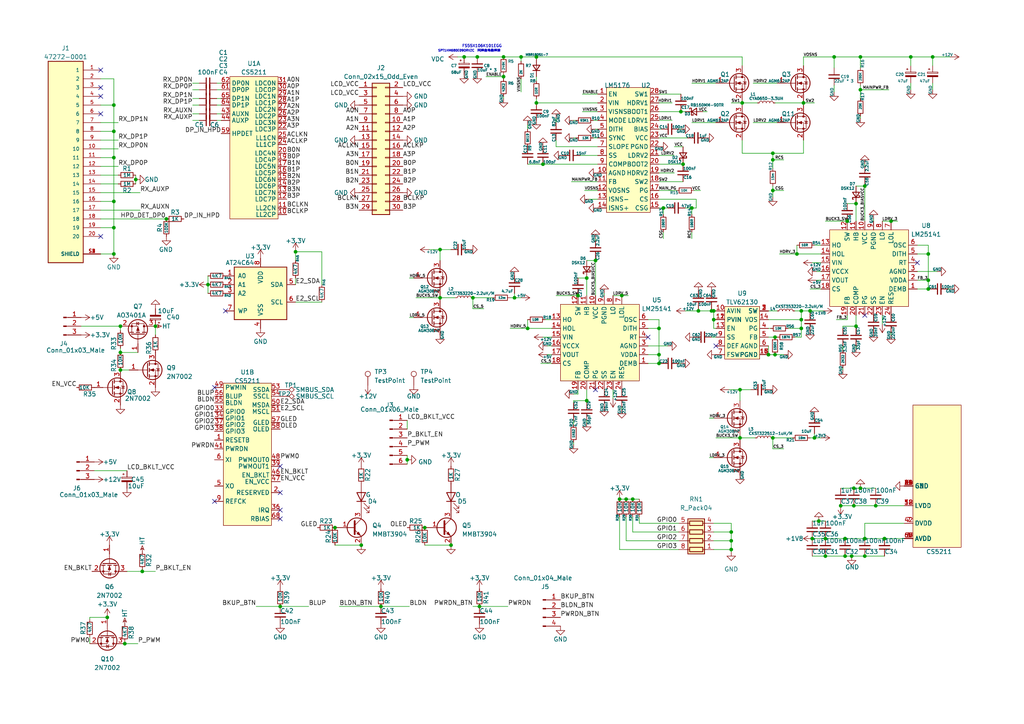
<source format=kicad_sch>
(kicad_sch (version 20230221) (generator eeschema)
  (paper "A4")
  (junction (at 123.19 153.035))
  (junction (at 48.26 63.5))
  (junction (at 224.155 44.45))
  (junction (at 235.585 156.21))
  (junction (at 81.28 175.895))
  (junction (at 167.64 85.725))
  (junction (at 191.135 102.87))
  (junction (at 258.445 64.135))
  (junction (at 245.11 161.29))
  (junction (at 207.01 92.71))
  (junction (at 236.22 127))
  (junction (at 270.51 16.51))
  (junction (at 118.11 133.35))
  (junction (at 138.43 16.51))
  (junction (at 222.885 102.87))
  (junction (at 33.02 73.66))
  (junction (at 231.14 73.66))
  (junction (at 224.155 46.355))
  (junction (at 198.12 47.625))
  (junction (at 146.05 16.51))
  (junction (at 247.015 161.29))
  (junction (at 31.115 179.07))
  (junction (at 232.41 95.25))
  (junction (at 224.155 55.245))
  (junction (at 137.16 86.36))
  (junction (at 254 146.685))
  (junction (at 232.41 92.71))
  (junction (at 151.13 16.51))
  (junction (at 60.325 82.55))
  (junction (at 214.63 127))
  (junction (at 264.16 16.51))
  (junction (at 34.925 102.235))
  (junction (at 33.02 45.72))
  (junction (at 180.34 85.725))
  (junction (at 214.63 113.03))
  (junction (at 183.515 144.78))
  (junction (at 224.79 97.79))
  (junction (at 179.705 144.78))
  (junction (at 155.575 29.845))
  (junction (at 97.155 153.035))
  (junction (at 249.555 141.605))
  (junction (at 149.225 86.36))
  (junction (at 85.725 73.025))
  (junction (at 239.395 156.21))
  (junction (at 202.565 90.17))
  (junction (at 248.285 94.615))
  (junction (at 224.155 127))
  (junction (at 234.95 90.17))
  (junction (at 110.49 175.895))
  (junction (at 206.375 90.17))
  (junction (at 256.54 156.21))
  (junction (at 39.37 52.07))
  (junction (at 33.02 38.1))
  (junction (at 269.24 83.82))
  (junction (at 250.825 156.21))
  (junction (at 247.65 146.685))
  (junction (at 212.09 154.305))
  (junction (at 215.265 29.845))
  (junction (at 146.05 22.225))
  (junction (at 269.24 81.28))
  (junction (at 170.18 116.205))
  (junction (at 34.925 107.315))
  (junction (at 104.775 158.115))
  (junction (at 191.135 105.41))
  (junction (at 157.48 47.625))
  (junction (at 212.09 159.385))
  (junction (at 191.135 95.25))
  (junction (at 127.635 86.36))
  (junction (at 153.035 95.25))
  (junction (at 233.045 29.845))
  (junction (at 170.18 80.645))
  (junction (at 200.66 60.325))
  (junction (at 172.72 75.565))
  (junction (at 181.61 144.78))
  (junction (at 33.02 58.42))
  (junction (at 250.825 53.975))
  (junction (at 224.79 102.87))
  (junction (at 269.24 73.66))
  (junction (at 243.84 146.685))
  (junction (at 239.395 161.29))
  (junction (at 212.09 156.845))
  (junction (at 249.555 26.035))
  (junction (at 192.405 60.325))
  (junction (at 139.065 175.895))
  (junction (at 36.195 186.69))
  (junction (at 130.81 158.115))
  (junction (at 241.935 16.51))
  (junction (at 245.11 156.21))
  (junction (at 237.49 151.13))
  (junction (at 33.02 30.48))
  (junction (at 247.65 141.605))
  (junction (at 249.555 16.51))
  (junction (at 232.41 90.17))
  (junction (at 134.62 16.51))
  (junction (at 45.085 94.615))
  (junction (at 127.635 72.39))
  (junction (at 34.925 94.615))
  (junction (at 33.02 66.04))
  (junction (at 155.575 16.51))
  (junction (at 207.01 90.17))
  (junction (at 245.745 64.135))
  (junction (at 248.285 59.055))
  (junction (at 197.485 32.385))
  (junction (at 250.825 161.29))
  (junction (at 41.275 165.735))
  (no_connect (at 29.21 68.58))
  (no_connect (at 81.28 147.955))
  (no_connect (at 29.21 25.4))
  (no_connect (at 81.28 142.875))
  (no_connect (at 62.23 112.395))
  (no_connect (at 187.96 97.79))
  (no_connect (at 172.72 113.03))
  (no_connect (at 81.28 150.495))
  (no_connect (at 65.405 90.17))
  (no_connect (at 81.28 135.255))
  (no_connect (at 250.825 91.44))
  (no_connect (at 29.21 20.32))
  (no_connect (at 29.21 27.94))
  (no_connect (at 62.23 145.415))
  (no_connect (at 29.21 33.02))
  (no_connect (at 266.065 76.2))
  (no_connect (at 207.645 100.33))
  (wire (pts (xy 207.01 156.845) (xy 212.09 156.845)))
  (wire (pts (xy 137.16 86.36) (xy 142.875 86.36)))
  (wire (pts (xy 233.045 44.45) (xy 233.045 40.64)))
  (wire (pts (xy 250.825 156.21) (xy 250.825 151.765)))
  (wire (pts (xy 233.045 16.51) (xy 241.935 16.51)))
  (wire (pts (xy 127.635 86.36) (xy 132.08 86.36)))
  (wire (pts (xy 93.345 73.025) (xy 93.345 82.55)))
  (wire (pts (xy 62.865 33.02) (xy 64.135 33.02)))
  (wire (pts (xy 222.885 90.17) (xy 225.425 90.17)))
  (wire (pts (xy 250.825 53.34) (xy 250.825 53.975)))
  (wire (pts (xy 222.885 100.33) (xy 222.885 102.87)))
  (wire (pts (xy 118.745 92.075) (xy 120.015 92.075)))
  (wire (pts (xy 244.475 106.68) (xy 244.475 107.315)))
  (wire (pts (xy 34.925 95.885) (xy 34.925 94.615)))
  (wire (pts (xy 181.61 149.86) (xy 181.61 156.845)))
  (wire (pts (xy 258.445 64.135) (xy 260.35 64.135)))
  (wire (pts (xy 149.225 85.09) (xy 149.225 86.36)))
  (wire (pts (xy 196.85 105.41) (xy 197.485 105.41)))
  (wire (pts (xy 156.845 105.41) (xy 160.02 105.41)))
  (wire (pts (xy 224.155 46.355) (xy 227.33 46.355)))
  (wire (pts (xy 191.135 52.705) (xy 198.12 52.705)))
  (wire (pts (xy 224.155 127) (xy 229.87 127)))
  (wire (pts (xy 206.375 97.79) (xy 207.645 97.79)))
  (wire (pts (xy 60.325 82.55) (xy 60.325 85.09)))
  (wire (pts (xy 157.48 97.79) (xy 160.02 97.79)))
  (wire (pts (xy 139.065 175.895) (xy 147.32 175.895)))
  (wire (pts (xy 151.13 16.51) (xy 155.575 16.51)))
  (wire (pts (xy 45.085 94.615) (xy 45.085 97.155)))
  (wire (pts (xy 245.11 161.29) (xy 247.015 161.29)))
  (wire (pts (xy 55.88 34.925) (xy 57.785 34.925)))
  (wire (pts (xy 39.37 52.07) (xy 39.37 53.34)))
  (wire (pts (xy 85.725 73.025) (xy 93.345 73.025)))
  (wire (pts (xy 167.64 114.3) (xy 167.64 113.03)))
  (wire (pts (xy 29.21 55.88) (xy 40.64 55.88)))
  (wire (pts (xy 153.035 95.25) (xy 160.02 95.25)))
  (wire (pts (xy 187.96 102.87) (xy 191.135 102.87)))
  (wire (pts (xy 158.75 100.33) (xy 160.02 100.33)))
  (wire (pts (xy 235.585 151.13) (xy 237.49 151.13)))
  (wire (pts (xy 151.13 16.51) (xy 151.13 17.78)))
  (wire (pts (xy 245.745 59.055) (xy 248.285 59.055)))
  (wire (pts (xy 269.24 71.12) (xy 266.065 71.12)))
  (wire (pts (xy 120.65 86.36) (xy 127.635 86.36)))
  (wire (pts (xy 29.21 50.8) (xy 34.29 50.8)))
  (wire (pts (xy 60.325 80.01) (xy 60.325 82.55)))
  (wire (pts (xy 31.115 179.07) (xy 26.035 179.07)))
  (wire (pts (xy 248.285 100.33) (xy 248.285 100.965)))
  (wire (pts (xy 231.14 73.66) (xy 238.125 73.66)))
  (wire (pts (xy 191.135 102.87) (xy 191.135 105.41)))
  (wire (pts (xy 170.18 80.645) (xy 170.18 85.725)))
  (wire (pts (xy 41.275 165.1) (xy 41.275 165.735)))
  (wire (pts (xy 254 146.685) (xy 262.255 146.685)))
  (wire (pts (xy 137.16 86.36) (xy 137.16 89.535)))
  (wire (pts (xy 215.265 29.845) (xy 215.265 30.48)))
  (wire (pts (xy 191.135 32.385) (xy 197.485 32.385)))
  (wire (pts (xy 158.115 92.71) (xy 160.02 92.71)))
  (wire (pts (xy 214.63 116.205) (xy 214.63 113.03)))
  (wire (pts (xy 222.885 92.71) (xy 232.41 92.71)))
  (wire (pts (xy 231.14 71.12) (xy 231.14 73.66)))
  (wire (pts (xy 222.885 97.79) (xy 224.79 97.79)))
  (wire (pts (xy 232.41 90.17) (xy 234.95 90.17)))
  (wire (pts (xy 153.035 47.625) (xy 157.48 47.625)))
  (wire (pts (xy 155.575 28.575) (xy 155.575 29.845)))
  (wire (pts (xy 166.37 34.925) (xy 167.005 34.925)))
  (wire (pts (xy 202.565 90.17) (xy 206.375 90.17)))
  (wire (pts (xy 166.37 116.84) (xy 166.37 116.205)))
  (wire (pts (xy 241.935 19.685) (xy 241.935 16.51)))
  (wire (pts (xy 249.555 26.035) (xy 257.81 26.035)))
  (wire (pts (xy 118.11 133.35) (xy 118.11 134.62)))
  (wire (pts (xy 223.52 95.25) (xy 222.885 95.25)))
  (wire (pts (xy 127.635 85.725) (xy 127.635 86.36)))
  (wire (pts (xy 233.045 29.21) (xy 233.045 29.845)))
  (wire (pts (xy 29.21 43.18) (xy 34.29 43.18)))
  (wire (pts (xy 191.135 105.41) (xy 187.96 105.41)))
  (wire (pts (xy 270.51 24.13) (xy 270.51 26.035)))
  (wire (pts (xy 191.135 55.245) (xy 196.215 55.245)))
  (wire (pts (xy 205.74 132.715) (xy 207.01 132.715)))
  (wire (pts (xy 172.72 74.93) (xy 172.72 75.565)))
  (wire (pts (xy 258.445 96.52) (xy 258.445 97.155)))
  (wire (pts (xy 85.725 75.565) (xy 85.725 73.025)))
  (wire (pts (xy 224.155 55.245) (xy 224.155 57.15)))
  (wire (pts (xy 191.135 92.71) (xy 187.96 92.71)))
  (wire (pts (xy 33.02 73.66) (xy 33.02 66.04)))
  (wire (pts (xy 247.015 161.29) (xy 250.825 161.29)))
  (wire (pts (xy 214.63 127) (xy 214.63 127.635)))
  (wire (pts (xy 81.28 175.895) (xy 89.535 175.895)))
  (wire (pts (xy 266.065 78.74) (xy 271.78 78.74)))
  (wire (pts (xy 192.405 60.325) (xy 192.405 62.23)))
  (wire (pts (xy 218.44 24.13) (xy 225.425 24.13)))
  (wire (pts (xy 118.11 132.08) (xy 118.11 133.35)))
  (wire (pts (xy 200.66 60.325) (xy 198.755 60.325)))
  (wire (pts (xy 118.11 121.92) (xy 118.11 124.46)))
  (wire (pts (xy 151.13 22.86) (xy 151.13 26.67)))
  (wire (pts (xy 62.865 24.13) (xy 64.135 24.13)))
  (wire (pts (xy 62.865 28.575) (xy 64.135 28.575)))
  (wire (pts (xy 214.63 127) (xy 219.075 127)))
  (wire (pts (xy 207.645 95.25) (xy 207.01 95.25)))
  (wire (pts (xy 224.155 55.245) (xy 227.33 55.245)))
  (wire (pts (xy 137.16 89.535) (xy 140.335 89.535)))
  (wire (pts (xy 155.575 29.845) (xy 173.355 29.845)))
  (wire (pts (xy 191.135 47.625) (xy 198.12 47.625)))
  (wire (pts (xy 187.96 100.33) (xy 193.675 100.33)))
  (wire (pts (xy 218.44 35.56) (xy 225.425 35.56)))
  (wire (pts (xy 212.09 159.385) (xy 212.09 160.02)))
  (wire (pts (xy 191.135 27.305) (xy 197.485 27.305)))
  (wire (pts (xy 29.21 63.5) (xy 48.26 63.5)))
  (wire (pts (xy 207.01 95.25) (xy 207.01 92.71)))
  (wire (pts (xy 255.905 64.135) (xy 258.445 64.135)))
  (wire (pts (xy 191.135 105.41) (xy 191.77 105.41)))
  (wire (pts (xy 236.855 78.74) (xy 238.125 78.74)))
  (wire (pts (xy 127.635 72.39) (xy 130.81 72.39)))
  (wire (pts (xy 224.79 29.845) (xy 233.045 29.845)))
  (wire (pts (xy 241.935 16.51) (xy 249.555 16.51)))
  (wire (pts (xy 215.265 40.64) (xy 215.265 44.45)))
  (wire (pts (xy 224.155 44.45) (xy 233.045 44.45)))
  (wire (pts (xy 23.495 94.615) (xy 34.925 94.615)))
  (wire (pts (xy 256.54 156.21) (xy 262.255 156.21)))
  (wire (pts (xy 214.63 113.03) (xy 217.805 113.03)))
  (wire (pts (xy 250.825 156.21) (xy 256.54 156.21)))
  (wire (pts (xy 239.395 161.29) (xy 245.11 161.29)))
  (wire (pts (xy 149.225 86.36) (xy 151.13 86.36)))
  (wire (pts (xy 205.74 121.285) (xy 207.01 121.285)))
  (wire (pts (xy 207.01 90.17) (xy 207.645 90.17)))
  (wire (pts (xy 249.555 16.51) (xy 264.16 16.51)))
  (wire (pts (xy 196.85 37.465) (xy 197.485 37.465)))
  (wire (pts (xy 269.24 81.28) (xy 269.24 83.82)))
  (wire (pts (xy 191.135 60.325) (xy 192.405 60.325)))
  (wire (pts (xy 191.135 92.71) (xy 191.135 95.25)))
  (wire (pts (xy 234.95 90.17) (xy 234.95 90.805)))
  (wire (pts (xy 153.035 36.195) (xy 153.035 37.465)))
  (wire (pts (xy 235.585 161.29) (xy 239.395 161.29)))
  (wire (pts (xy 207.01 151.765) (xy 212.09 151.765)))
  (wire (pts (xy 243.84 146.685) (xy 247.65 146.685)))
  (wire (pts (xy 233.045 19.05) (xy 233.045 16.51)))
  (wire (pts (xy 179.705 144.78) (xy 181.61 144.78)))
  (wire (pts (xy 127.635 86.36) (xy 127.635 86.995)))
  (wire (pts (xy 191.135 95.25) (xy 191.135 102.87)))
  (wire (pts (xy 33.02 30.48) (xy 29.21 30.48)))
  (wire (pts (xy 55.88 24.13) (xy 57.785 24.13)))
  (wire (pts (xy 191.135 29.845) (xy 194.945 29.845)))
  (wire (pts (xy 110.49 175.895) (xy 118.745 175.895)))
  (wire (pts (xy 27.305 136.525) (xy 36.83 136.525)))
  (wire (pts (xy 224.155 127) (xy 224.155 130.175)))
  (wire (pts (xy 33.02 58.42) (xy 33.02 45.72)))
  (wire (pts (xy 169.545 55.245) (xy 173.355 55.245)))
  (wire (pts (xy 168.91 27.305) (xy 173.355 27.305)))
  (wire (pts (xy 55.88 26.035) (xy 57.785 26.035)))
  (wire (pts (xy 207.01 154.305) (xy 212.09 154.305)))
  (wire (pts (xy 212.09 151.765) (xy 212.09 154.305)))
  (wire (pts (xy 29.21 73.66) (xy 33.02 73.66)))
  (wire (pts (xy 234.95 90.17) (xy 238.76 90.17)))
  (wire (pts (xy 195.58 42.545) (xy 198.12 42.545)))
  (wire (pts (xy 247.65 146.685) (xy 254 146.685)))
  (wire (pts (xy 170.18 121.92) (xy 170.18 122.555)))
  (wire (pts (xy 179.705 159.385) (xy 196.85 159.385)))
  (wire (pts (xy 191.135 57.785) (xy 201.93 57.785)))
  (wire (pts (xy 170.18 116.205) (xy 170.18 116.84)))
  (wire (pts (xy 224.155 44.45) (xy 224.155 46.355)))
  (wire (pts (xy 183.515 149.86) (xy 183.515 154.305)))
  (wire (pts (xy 243.84 141.605) (xy 247.65 141.605)))
  (wire (pts (xy 191.135 37.465) (xy 191.77 37.465)))
  (wire (pts (xy 132.715 16.51) (xy 134.62 16.51)))
  (wire (pts (xy 155.575 22.225) (xy 155.575 23.495)))
  (wire (pts (xy 55.88 28.575) (xy 57.785 28.575)))
  (wire (pts (xy 29.21 48.26) (xy 34.29 48.26)))
  (wire (pts (xy 224.155 53.975) (xy 224.155 55.245)))
  (wire (pts (xy 239.395 64.135) (xy 245.745 64.135)))
  (wire (pts (xy 155.575 16.51) (xy 215.265 16.51)))
  (wire (pts (xy 161.29 85.725) (xy 167.64 85.725)))
  (wire (pts (xy 269.24 73.66) (xy 266.065 73.66)))
  (wire (pts (xy 198.755 32.385) (xy 197.485 32.385)))
  (wire (pts (xy 234.95 127) (xy 236.22 127)))
  (wire (pts (xy 177.8 113.03) (xy 177.8 115.57)))
  (wire (pts (xy 29.21 53.34) (xy 34.29 53.34)))
  (wire (pts (xy 215.265 44.45) (xy 224.155 44.45)))
  (wire (pts (xy 207.01 92.71) (xy 207.645 92.71)))
  (wire (pts (xy 255.905 91.44) (xy 255.905 93.98)))
  (wire (pts (xy 183.515 154.305) (xy 196.85 154.305)))
  (wire (pts (xy 224.155 130.175) (xy 227.33 130.175)))
  (wire (pts (xy 241.935 24.765) (xy 241.935 26.67)))
  (wire (pts (xy 201.93 60.325) (xy 200.66 60.325)))
  (wire (pts (xy 206.375 89.535) (xy 206.375 90.17)))
  (wire (pts (xy 224.155 46.355) (xy 224.155 48.895)))
  (wire (pts (xy 185.42 149.86) (xy 185.42 151.765)))
  (wire (pts (xy 29.21 40.64) (xy 34.29 40.64)))
  (wire (pts (xy 161.29 34.29) (xy 161.29 35.56)))
  (wire (pts (xy 41.275 165.735) (xy 45.085 165.735)))
  (wire (pts (xy 179.705 149.86) (xy 179.705 159.385)))
  (wire (pts (xy 155.575 17.145) (xy 155.575 16.51)))
  (wire (pts (xy 212.09 29.845) (xy 215.265 29.845)))
  (wire (pts (xy 203.835 32.385) (xy 205.105 32.385)))
  (wire (pts (xy 55.88 33.02) (xy 57.785 33.02)))
  (wire (pts (xy 118.745 80.645) (xy 120.015 80.645)))
  (wire (pts (xy 236.855 81.28) (xy 238.125 81.28)))
  (wire (pts (xy 192.405 67.31) (xy 192.405 69.215)))
  (wire (pts (xy 181.61 156.845) (xy 196.85 156.845)))
  (wire (pts (xy 62.865 34.925) (xy 64.135 34.925)))
  (wire (pts (xy 85.725 80.645) (xy 85.725 82.55)))
  (wire (pts (xy 242.57 92.71) (xy 245.745 92.71)))
  (wire (pts (xy 180.34 85.725) (xy 182.245 85.725)))
  (wire (pts (xy 245.11 156.21) (xy 250.825 156.21)))
  (wire (pts (xy 212.09 156.845) (xy 212.09 159.385)))
  (wire (pts (xy 200.66 67.31) (xy 200.66 69.215)))
  (wire (pts (xy 62.865 26.035) (xy 64.135 26.035)))
  (wire (pts (xy 247.65 141.605) (xy 249.555 141.605)))
  (wire (pts (xy 201.93 57.785) (xy 201.93 60.325)))
  (wire (pts (xy 236.22 125.73) (xy 236.22 127)))
  (wire (pts (xy 167.64 80.645) (xy 170.18 80.645)))
  (wire (pts (xy 245.745 92.71) (xy 245.745 91.44)))
  (wire (pts (xy 227.33 102.87) (xy 224.79 102.87)))
  (wire (pts (xy 158.75 102.87) (xy 160.02 102.87)))
  (wire (pts (xy 270.51 16.51) (xy 275.59 16.51)))
  (wire (pts (xy 146.05 21.59) (xy 146.05 22.225)))
  (wire (pts (xy 161.29 40.64) (xy 161.29 42.545)))
  (wire (pts (xy 274.955 83.82) (xy 275.59 83.82)))
  (wire (pts (xy 157.48 47.625) (xy 173.355 47.625)))
  (wire (pts (xy 191.135 45.085) (xy 195.58 45.085)))
  (wire (pts (xy 249.555 141.605) (xy 254 141.605)))
  (wire (pts (xy 269.24 83.82) (xy 269.875 83.82)))
  (wire (pts (xy 172.085 34.925) (xy 173.355 34.925)))
  (wire (pts (xy 235.585 156.21) (xy 239.395 156.21)))
  (wire (pts (xy 215.265 29.845) (xy 219.71 29.845)))
  (wire (pts (xy 198.755 90.17) (xy 202.565 90.17)))
  (wire (pts (xy 266.065 81.28) (xy 269.24 81.28)))
  (wire (pts (xy 181.61 144.78) (xy 183.515 144.78)))
  (wire (pts (xy 172.085 40.005) (xy 173.355 40.005)))
  (wire (pts (xy 234.95 83.82) (xy 238.125 83.82)))
  (wire (pts (xy 222.885 102.87) (xy 224.79 102.87)))
  (wire (pts (xy 191.135 40.005) (xy 199.39 40.005)))
  (wire (pts (xy 29.21 58.42) (xy 33.02 58.42)))
  (wire (pts (xy 244.475 100.33) (xy 244.475 101.6)))
  (wire (pts (xy 215.265 29.21) (xy 215.265 29.845)))
  (wire (pts (xy 140.97 22.225) (xy 146.05 22.225)))
  (wire (pts (xy 202.565 89.535) (xy 202.565 90.17)))
  (wire (pts (xy 41.275 165.735) (xy 36.83 165.735)))
  (wire (pts (xy 166.37 40.005) (xy 167.005 40.005)))
  (wire (pts (xy 248.285 91.44) (xy 248.285 94.615)))
  (wire (pts (xy 29.21 45.72) (xy 33.02 45.72)))
  (wire (pts (xy 33.02 22.86) (xy 33.02 30.48)))
  (wire (pts (xy 248.285 59.055) (xy 248.285 64.135)))
  (wire (pts (xy 166.37 128.27) (xy 166.37 128.905)))
  (wire (pts (xy 233.045 29.845) (xy 233.045 30.48)))
  (wire (pts (xy 232.41 97.79) (xy 232.41 95.25)))
  (wire (pts (xy 39.37 50.8) (xy 39.37 52.07)))
  (wire (pts (xy 172.72 75.565) (xy 172.72 85.725)))
  (wire (pts (xy 248.285 53.975) (xy 250.825 53.975)))
  (wire (pts (xy 29.21 60.96) (xy 40.64 60.96)))
  (wire (pts (xy 137.16 175.895) (xy 139.065 175.895)))
  (wire (pts (xy 97.155 158.115) (xy 104.775 158.115)))
  (wire (pts (xy 207.645 127) (xy 214.63 127)))
  (wire (pts (xy 29.21 35.56) (xy 34.29 35.56)))
  (wire (pts (xy 249.555 24.765) (xy 249.555 26.035)))
  (wire (pts (xy 270.51 16.51) (xy 270.51 19.05)))
  (wire (pts (xy 33.02 45.72) (xy 33.02 38.1)))
  (wire (pts (xy 29.21 38.1) (xy 33.02 38.1)))
  (wire (pts (xy 34.925 102.235) (xy 40.005 102.235)))
  (wire (pts (xy 138.43 16.51) (xy 146.05 16.51)))
  (wire (pts (xy 166.37 121.92) (xy 166.37 123.19)))
  (wire (pts (xy 26.035 184.785) (xy 26.035 186.69)))
  (wire (pts (xy 170.18 113.03) (xy 170.18 116.205)))
  (wire (pts (xy 191.135 95.25) (xy 187.96 95.25)))
  (wire (pts (xy 253.365 63.5) (xy 253.365 64.135)))
  (wire (pts (xy 177.8 85.725) (xy 180.34 85.725)))
  (wire (pts (xy 211.455 113.03) (xy 214.63 113.03)))
  (wire (pts (xy 33.02 66.04) (xy 33.02 58.42)))
  (wire (pts (xy 250.825 47.625) (xy 250.825 48.26)))
  (wire (pts (xy 215.265 19.05) (xy 215.265 16.51)))
  (wire (pts (xy 185.42 151.765) (xy 196.85 151.765)))
  (wire (pts (xy 170.815 57.785) (xy 173.355 57.785)))
  (wire (pts (xy 166.37 116.205) (xy 170.18 116.205)))
  (wire (pts (xy 269.24 71.12) (xy 269.24 73.66)))
  (wire (pts (xy 250.825 53.975) (xy 250.825 64.135)))
  (wire (pts (xy 191.135 50.165) (xy 195.58 50.165)))
  (wire (pts (xy 29.21 22.86) (xy 33.02 22.86)))
  (wire (pts (xy 34.925 107.315) (xy 37.465 107.315)))
  (wire (pts (xy 228.6 95.25) (xy 232.41 95.25)))
  (wire (pts (xy 239.395 156.21) (xy 245.11 156.21)))
  (wire (pts (xy 230.505 90.17) (xy 232.41 90.17)))
  (wire (pts (xy 170.18 75.565) (xy 172.72 75.565)))
  (wire (pts (xy 124.46 72.39) (xy 127.635 72.39)))
  (wire (pts (xy 264.16 24.13) (xy 264.16 26.035)))
  (wire (pts (xy 230.505 97.79) (xy 232.41 97.79)))
  (wire (pts (xy 36.195 186.69) (xy 40.005 186.69)))
  (wire (pts (xy 34.925 100.965) (xy 34.925 102.235)))
  (wire (pts (xy 168.91 32.385) (xy 173.355 32.385)))
  (wire (pts (xy 248.285 94.615) (xy 248.285 95.25)))
  (wire (pts (xy 250.825 161.29) (xy 256.54 161.29)))
  (wire (pts (xy 192.405 60.325) (xy 193.675 60.325)))
  (wire (pts (xy 206.375 90.17) (xy 207.01 90.17)))
  (wire (pts (xy 249.555 19.685) (xy 249.555 16.51)))
  (wire (pts (xy 264.16 16.51) (xy 270.51 16.51)))
  (wire (pts (xy 191.135 34.925) (xy 194.945 34.925)))
  (wire (pts (xy 29.21 66.04) (xy 33.02 66.04)))
  (wire (pts (xy 201.295 55.245) (xy 203.2 55.245)))
  (wire (pts (xy 62.865 30.48) (xy 64.135 30.48)))
  (wire (pts (xy 123.19 158.115) (xy 130.81 158.115)))
  (wire (pts (xy 147.955 86.36) (xy 149.225 86.36)))
  (wire (pts (xy 172.72 69.215) (xy 172.72 69.85)))
  (wire (pts (xy 147.955 95.25) (xy 153.035 95.25)))
  (wire (pts (xy 244.475 95.25) (xy 244.475 94.615)))
  (wire (pts (xy 249.555 33.655) (xy 249.555 34.29)))
  (wire (pts (xy 165.735 52.705) (xy 173.355 52.705)))
  (wire (pts (xy 146.05 27.94) (xy 146.05 28.575)))
  (wire (pts (xy 127.635 75.565) (xy 127.635 72.39)))
  (wire (pts (xy 33.02 38.1) (xy 33.02 30.48)))
  (wire (pts (xy 153.035 92.71) (xy 153.035 95.25)))
  (wire (pts (xy 235.585 76.2) (xy 238.125 76.2)))
  (wire (pts (xy 55.88 30.48) (xy 57.785 30.48)))
  (wire (pts (xy 146.05 22.225) (xy 146.05 22.86)))
  (wire (pts (xy 146.05 16.51) (xy 151.13 16.51)))
  (wire (pts (xy 200.66 35.56) (xy 207.645 35.56)))
  (wire (pts (xy 200.66 24.13) (xy 207.645 24.13)))
  (wire (pts (xy 74.295 175.895) (xy 81.28 175.895)))
  (wire (pts (xy 249.555 26.035) (xy 249.555 28.575)))
  (wire (pts (xy 172.72 37.465) (xy 173.355 37.465)))
  (wire (pts (xy 98.425 175.895) (xy 110.49 175.895)))
  (wire (pts (xy 250.825 151.765) (xy 262.255 151.765)))
  (wire (pts (xy 26.035 179.07) (xy 26.035 179.705)))
  (wire (pts (xy 237.49 151.13) (xy 239.395 151.13)))
  (wire (pts (xy 269.24 73.66) (xy 269.24 81.28)))
  (wire (pts (xy 214.63 126.365) (xy 214.63 127)))
  (wire (pts (xy 200.66 60.325) (xy 200.66 62.23)))
  (wire (pts (xy 175.26 85.09) (xy 175.26 85.725)))
  (wire (pts (xy 183.515 144.78) (xy 185.42 144.78)))
  (wire (pts (xy 180.34 118.11) (xy 180.34 118.745)))
  (wire (pts (xy 161.29 42.545) (xy 173.355 42.545)))
  (wire (pts (xy 232.41 90.17) (xy 232.41 92.71)))
  (wire (pts (xy 232.41 95.25) (xy 232.41 92.71)))
  (wire (pts (xy 225.425 97.79) (xy 224.79 97.79)))
  (wire (pts (xy 207.01 159.385) (xy 212.09 159.385)))
  (wire (pts (xy 36.195 186.055) (xy 36.195 186.69)))
  (wire (pts (xy 207.01 90.17) (xy 207.01 92.71)))
  (wire (pts (xy 264.16 19.05) (xy 264.16 16.51)))
  (wire (pts (xy 236.22 127) (xy 238.125 127)))
  (wire (pts (xy 212.09 154.305) (xy 212.09 156.845)))
  (wire (pts (xy 85.725 87.63) (xy 93.345 87.63)))
  (wire (pts (xy 236.22 71.12) (xy 238.125 71.12)))
  (wire (pts (xy 168.275 45.085) (xy 173.355 45.085)))
  (wire (pts (xy 236.22 29.845) (xy 233.045 29.845)))
  (wire (pts (xy 226.06 73.66) (xy 231.14 73.66)))
  (wire (pts (xy 166.37 114.3) (xy 167.64 114.3)))
  (wire (pts (xy 244.475 94.615) (xy 248.285 94.615)))
  (wire (pts (xy 269.24 83.82) (xy 266.065 83.82)))
  (wire (pts (xy 134.62 16.51) (xy 138.43 16.51)))
  (text "FS55X106K101EGG" (at 133.985 13.97 0) (effects (font (size 0.8 0.8)) (justify left bottom)))
  (text "同焊盘堆叠焊接" (at 138.43 15.24 0) (effects (font (size 0.64 0.64)) (justify left bottom)))
  (text "SPT1HM680E09ORVZC" (at 127 15.24 0) (effects (font (size 0.64 0.64)) (justify left bottom)))
  (label "A1N" (at 83.185 27.94 0))
  (label "B0P" (at 83.185 46.355 0))
  (label "LCD_BKLT_VCC" (at 118.11 121.92 0))
  (label "B3N" (at 104.14 60.96 180))
  (label "PWM0" (at 81.28 133.35 0))
  (label "CS_3" (at 234.95 83.82 0) (effects (font (size 0.8 0.8))))
  (label "OLED" (at 118.11 153.035 180))
  (label "GLED" (at 81.28 122.555 0))
  (label "VINSNS" (at 151.13 26.67 90) (effects (font (size 0.8 0.8))))
  (label "VCC" (at 203.2 55.245 180) (effects (font (size 0.8 0.8))))
  (label "CS_3" (at 227.33 130.175 180) (effects (font (size 0.8 0.8))))
  (label "GPIO2" (at 190.5 156.845 0))
  (label "RX_AUXN" (at 55.88 33.02 180))
  (label "P_BKLT_EN" (at 118.11 127 0))
  (label "EN_BKLT" (at 26.67 165.735 180))
  (label "RX_DP1P" (at 34.29 40.64 0))
  (label "BLUP" (at 89.535 175.895 0))
  (label "RX_AUXN" (at 40.64 60.96 0))
  (label "ACLKP" (at 116.84 43.18 0))
  (label "B1P" (at 83.185 50.165 0))
  (label "P_PWM" (at 40.005 186.69 0))
  (label "ENABLE" (at 140.97 22.225 0) (effects (font (size 0.8 0.8))))
  (label "RX_DP1N" (at 34.29 35.56 0))
  (label "LCD_VCC" (at 104.14 25.4 180))
  (label "RX_DP0P" (at 34.29 48.26 0))
  (label "B2N" (at 104.14 53.34 180))
  (label "A0N" (at 104.14 33.02 180))
  (label "GPIO3" (at 62.23 125.095 180))
  (label "CSG" (at 192.405 69.215 90) (effects (font (size 0.8 0.8))))
  (label "BCLKP" (at 83.185 62.23 0))
  (label "B0N" (at 83.185 44.45 0))
  (label "DP_IN_HPD" (at 53.34 63.5 0))
  (label "EN_VCC" (at 22.225 112.395 180))
  (label "B3P" (at 83.185 57.785 0))
  (label "LDRV1" (at 200.66 35.56 0) (effects (font (size 0.8 0.8))))
  (label "LDRV_3" (at 205.74 132.715 0) (effects (font (size 0.8 0.8))))
  (label "FB_3" (at 242.57 92.71 0) (effects (font (size 0.8 0.8))))
  (label "E2_SCL" (at 81.28 119.38 0))
  (label "BUCK3_SW" (at 207.645 127 0) (effects (font (size 0.8 0.8))))
  (label "ACLKN" (at 104.14 43.18 180))
  (label "A1P" (at 116.84 35.56 0))
  (label "E2_SDA" (at 85.725 82.55 0))
  (label "PWM0" (at 26.035 186.69 180))
  (label "LDRV1" (at 194.945 34.925 180) (effects (font (size 0.8 0.8))))
  (label "A3N" (at 104.14 45.72 180))
  (label "PWRDN_BTN" (at 137.16 175.895 180))
  (label "CS_5" (at 156.845 105.41 0) (effects (font (size 0.8 0.8))))
  (label "A3P" (at 116.84 45.72 0))
  (label "CSG" (at 227.33 55.245 180) (effects (font (size 0.8 0.8))))
  (label "A0N" (at 83.185 24.13 0))
  (label "HDRV2" (at 195.58 50.165 180) (effects (font (size 0.8 0.8))))
  (label "VINSNS" (at 168.91 32.385 0) (effects (font (size 0.8 0.8))))
  (label "A3P" (at 83.185 37.465 0))
  (label "VCC" (at 195.58 42.545 0) (effects (font (size 0.8 0.8))))
  (label "RCS" (at 200.66 69.215 90) (effects (font (size 0.8 0.8))))
  (label "EN_VCC" (at 81.28 139.7 0))
  (label "RX_DP0N" (at 34.29 43.18 0))
  (label "BUCK3_BIASVCC" (at 250.825 64.135 90) (effects (font (size 0.8 0.8))))
  (label "LCD_BKLT_VCC" (at 36.83 136.525 0))
  (label "A2P" (at 83.185 33.655 0))
  (label "B2N" (at 83.185 52.07 0))
  (label "A1P" (at 83.185 29.845 0))
  (label "HDRV_3" (at 205.74 121.285 0) (effects (font (size 0.8 0.8))))
  (label "FB_3" (at 266.065 81.28 0) (effects (font (size 0.8 0.8))))
  (label "B1N" (at 83.185 48.26 0))
  (label "GPIO3" (at 190.5 159.385 0))
  (label "CS_5" (at 140.335 89.535 180) (effects (font (size 0.8 0.8))))
  (label "LDRV_5" (at 118.745 92.075 0) (effects (font (size 0.8 0.8))))
  (label "P_BKLT_EN" (at 45.085 165.735 0))
  (label "SW1" (at 212.09 29.845 0) (effects (font (size 0.8 0.8))))
  (label "VOSNS" (at 233.045 16.51 0) (effects (font (size 0.8 0.8))))
  (label "EN_BKLT" (at 81.28 137.795 0))
  (label "B3P" (at 116.84 60.96 0))
  (label "LDRV_5" (at 182.245 85.725 180) (effects (font (size 0.8 0.8))))
  (label "GPIO0" (at 62.23 119.38 180))
  (label "GPIO0" (at 190.5 151.765 0))
  (label "A2N" (at 104.14 38.1 180))
  (label "BLDN" (at 62.23 116.84 180))
  (label "A3N" (at 83.185 35.56 0))
  (label "LCD_VCC" (at 116.84 25.4 0))
  (label "A0P" (at 116.84 33.02 0))
  (label "BCLKN" (at 83.185 60.325 0))
  (label "GPIO2" (at 62.23 123.19 180))
  (label "E2_SDA" (at 81.28 117.475 0))
  (label "A1N" (at 104.14 35.56 180))
  (label "BLDN" (at 118.745 175.895 0))
  (label "RX_DP0N" (at 55.88 24.13 180))
  (label "E2_SCL" (at 85.725 87.63 0))
  (label "VCC" (at 193.675 40.005 180) (effects (font (size 0.8 0.8))))
  (label "B3N" (at 83.185 55.88 0))
  (label "PWRDN_BTN" (at 162.56 179.07 0))
  (label "BLDN_BTN" (at 162.56 176.53 0))
  (label "LDRV_3" (at 260.35 64.135 180) (effects (font (size 0.8 0.8))))
  (label "VCC" (at 205.105 32.385 180) (effects (font (size 0.8 0.8))))
  (label "P_PWM" (at 118.11 129.54 0))
  (label "BCLKP" (at 116.84 58.42 0))
  (label "B0N" (at 104.14 48.26 180))
  (label "GPIO1" (at 190.5 154.305 0))
  (label "A2P" (at 116.84 38.1 0))
  (label "VOSNS" (at 169.545 55.245 0) (effects (font (size 0.8 0.8))))
  (label "SW2" (at 193.675 52.705 180) (effects (font (size 0.8 0.8))))
  (label "RX_DP1P" (at 55.88 30.48 180))
  (label "B1N" (at 104.14 50.8 180))
  (label "HDRV2" (at 218.44 24.13 0) (effects (font (size 0.8 0.8))))
  (label "B2P" (at 83.185 53.975 0))
  (label "HDRV1" (at 200.66 24.13 0) (effects (font (size 0.8 0.8))))
  (label "LDRV2" (at 218.44 35.56 0) (effects (font (size 0.8 0.8))))
  (label "RX_AUXP" (at 40.64 55.88 0))
  (label "B2P" (at 116.84 53.34 0))
  (label "OLED" (at 81.28 124.46 0))
  (label "PWRDN" (at 147.32 175.895 0))
  (label "B1P" (at 116.84 50.8 0))
  (label "BUCK5_SW" (at 120.65 86.36 0) (effects (font (size 0.8 0.8))))
  (label "SW1" (at 193.675 27.305 180) (effects (font (size 0.8 0.8))))
  (label "RX_DP0P" (at 55.88 26.035 180))
  (label "BKUP_BTN" (at 162.56 173.99 0))
  (label "LCD_VCC" (at 104.14 27.94 180))
  (label "BCLKN" (at 104.14 58.42 180))
  (label "BKUP_BTN" (at 74.295 175.895 180))
  (label "ENABLE" (at 168.91 27.305 0) (effects (font (size 0.8 0.8))))
  (label "HDRV_3" (at 226.06 73.66 0) (effects (font (size 0.8 0.8))))
  (label "GPIO1" (at 62.23 121.285 180))
  (label "DP_IN_HPD" (at 64.135 38.735 180))
  (label "RX_DP1N" (at 55.88 28.575 180))
  (label "HDRV_5" (at 118.745 80.645 0) (effects (font (size 0.8 0.8))))
  (label "BLDN_BTN" (at 98.425 175.895 0))
  (label "ACLKN" (at 83.185 40.005 0))
  (label "RCS" (at 227.33 46.355 180) (effects (font (size 0.8 0.8))))
  (label "HPD_DET_DP0" (at 34.925 63.5 0))
  (label "SW2" (at 236.22 29.845 180) (effects (font (size 0.8 0.8))))
  (label "ACLKP" (at 83.185 41.91 0))
  (label "MAINPWR_FB" (at 165.735 52.705 0) (effects (font (size 0.8 0.8))))
  (label "LDRV2" (at 195.58 45.085 180) (effects (font (size 0.8 0.8))))
  (label "MAINPWR_FB" (at 257.81 26.035 180) (effects (font (size 0.8 0.8))))
  (label "BUCK5_SW" (at 161.29 85.725 0) (effects (font (size 0.8 0.8))))
  (label "A0P" (at 83.185 26.035 0))
  (label "GLED" (at 92.075 153.035 180))
  (label "A2N" (at 83.185 31.75 0))
  (label "BLUP" (at 62.23 114.935 180))
  (label "BUCK3_SW" (at 239.395 64.135 0) (effects (font (size 0.8 0.8))))
  (label "HDRV1" (at 194.945 29.845 180) (effects (font (size 0.8 0.8))))
  (label "BUCK5_BIASVCC" (at 172.72 85.725 90) (effects (font (size 0.8 0.8))))
  (label "PWRDN" (at 62.23 130.175 180))
  (label "MAIN_PG" (at 196.215 55.245 180) (effects (font (size 0.8 0.8))))
  (label "HDRV_5" (at 147.955 95.25 0) (effects (font (size 0.8 0.8))))
  (label "RX_AUXP" (at 55.88 34.925 180))
  (label "B0P" (at 116.84 48.26 0))
  (symbol (lib_id "power:+3.3V") (at 60.325 82.55 90) (unit 1)
    (property "Reference" "#PWR031" (effects hide))
    (property "Value" "+3.3V" (at 57.785 82.55 90) (effects (justify left)))
  )
  (symbol (lib_id "Connector:Conn_01x03_Male") (at 18.415 94.615 0) (unit 1)
    (property "Reference" "J4" (at 19.685 99.695 0) (effects (justify right)))
    (property "Value" "Conn_01x03_Male" (at 30.48 101.6 0) (effects (justify right)))
    (property "Footprint" "Connector_PinHeader_2.54mm:PinHeader_1x03_P2.54mm_Vertical" (effects hide))
  )
  (symbol (lib_name "GND_1") (lib_id "power:GND") (at 270.51 26.035 0) (unit 1)
    (property "Reference" "#PWR046" (effects hide))
    (property "Value" "GND" (at 269.875 26.035 90) (effects (font (size 0.8 0.8))))
  )
  (symbol (lib_id "Device:C_Small") (at 138.43 19.05 0) (unit 1)
    (property "Reference" "C8" (at 140.335 19.05 0) (effects (font (size 0.8 0.8)) (justify left)))
    (property "Value" "10uF * 3" (at 138.43 20.32 0) (effects (font (size 0.8 0.8)) (justify left)))
    (property "Footprint" "Capacitor_SMD:C_2220_5650Metric" (effects hide))
  )
  (symbol (lib_id "Device:R_Small") (at 224.155 51.435 180) (unit 1)
    (property "Reference" "R12" (at 223.52 46.99 90) (effects (font (size 0.8 0.8)) (justify left)))
    (property "Value" "15m" (at 224.155 50.165 90) (effects (font (size 0.64 0.64)) (justify left)))
    (property "Footprint" "Resistor_SMD:R_0805_2012Metric" (effects hide))
  )
  (symbol (lib_id "Device:C_Small") (at 161.29 38.1 180) (unit 1)
    (property "Reference" "C13" (at 160.655 38.735 90) (effects (font (size 0.8 0.8)) (justify left)))
    (property "Value" "82pF" (at 160.655 33.655 90) (effects (font (size 0.8 0.8)) (justify left)))
    (property "Footprint" "Capacitor_SMD:C_0603_1608Metric" (effects hide))
  )
  (symbol (lib_name "GND_3") (lib_id "power:GND") (at 201.295 97.79 270) (unit 1)
    (property "Reference" "#PWR084" (effects hide))
    (property "Value" "GND" (at 203.2 98.425 90) (effects (font (size 0.8 0.8)) (justify right)))
  )
  (symbol (lib_id "Device:R_Small") (at 62.865 85.09 90) (unit 1)
    (property "Reference" "R42" (at 66.04 85.725 90) (effects (font (size 0.64 0.64))))
    (property "Value" "4K7" (at 62.865 85.09 90) (effects (font (size 1 1))))
    (property "Footprint" "Resistor_SMD:R_0603_1608Metric" (effects hide))
  )
  (symbol (lib_id "power:GND") (at 130.81 158.115 0) (unit 1)
    (property "Reference" "#PWR019" (effects hide))
    (property "Value" "GND" (effects hide))
  )
  (symbol (lib_id "Device:R_Small") (at 153.035 40.005 0) (unit 1)
    (property "Reference" "R9" (at 153.67 43.815 90) (effects (font (size 0.8 0.8)) (justify left)))
    (property "Value" "6K19" (at 153.035 41.275 90) (effects (font (size 0.64 0.64)) (justify left)))
    (property "Footprint" "Resistor_SMD:R_0603_1608Metric" (effects hide))
  )
  (symbol (lib_id "Device:C_Small") (at 81.28 178.435 0) (unit 1)
    (property "Reference" "C42" (at 81.28 177.165 0) (effects (justify left)))
    (property "Value" "100nF" (at 81.28 180.34 0) (effects (justify left)))
    (property "Footprint" "Capacitor_SMD:C_0603_1608Metric" (effects hide))
  )
  (symbol (lib_id "power:GND") (at 118.11 133.35 90) (unit 1)
    (property "Reference" "#PWR027" (effects hide))
    (property "Value" "GND" (at 121.285 133.985 90) (effects (justify right)))
  )
  (symbol (lib_id "power:GND") (at 262.255 140.97 270) (mirror x) (unit 1)
    (property "Reference" "#PWR0124" (effects hide))
    (property "Value" "GND" (effects hide))
  )
  (symbol (lib_id "Connector:TestPoint_Alt") (at 81.28 113.03 270) (unit 1)
    (property "Reference" "TP1" (at 82.55 111.76 90) (effects (justify left)))
    (property "Value" "SMBUS_SDA" (at 85.725 113.03 90) (effects (justify left)))
    (property "Footprint" "TestPoint:TestPoint_Pad_1.0x1.0mm" (effects hide))
  )
  (symbol (lib_id "Device:C_Small") (at 165.735 45.085 90) (unit 1)
    (property "Reference" "C10" (at 165.1 44.45 90) (effects (font (size 0.8 0.8)) (justify left)))
    (property "Value" "15nF" (at 170.18 44.45 90) (effects (font (size 0.8 0.8)) (justify left)))
    (property "Footprint" "Capacitor_SMD:C_0603_1608Metric" (effects hide))
  )
  (symbol (lib_name "GND_3") (lib_id "power:GND") (at 170.18 122.555 0) (mirror y) (unit 1)
    (property "Reference" "#PWR064" (effects hide))
    (property "Value" "GND" (at 169.545 121.285 90) (effects (font (size 0.8 0.8)) (justify right)))
  )
  (symbol (lib_id "Device:R_Small") (at 62.865 80.01 90) (unit 1)
    (property "Reference" "R44" (at 66.04 80.645 90) (effects (font (size 0.64 0.64))))
    (property "Value" "4K7" (at 62.865 80.01 90) (effects (font (size 1 1))))
    (property "Footprint" "Resistor_SMD:R_0603_1608Metric" (effects hide))
  )
  (symbol (lib_id "Device:R_Small") (at 36.195 183.515 0) (unit 1)
    (property "Reference" "R38" (at 38.1 185.42 90) (effects (justify left)))
    (property "Value" "4K7" (at 36.195 184.785 90) (effects (font (size 1 1)) (justify left)))
    (property "Footprint" "Resistor_SMD:R_0603_1608Metric" (effects hide))
  )
  (symbol (lib_id "Device:R_Small") (at 233.68 71.12 270) (unit 1)
    (property "Reference" "R54" (at 235.585 70.485 90) (effects (font (size 0.8 0.8)) (justify left)))
    (property "Value" "10R" (at 232.41 71.12 90) (effects (font (size 0.64 0.64)) (justify left)))
  )
  (symbol (lib_id "Device:C_Small") (at 180.34 115.57 0) (unit 1)
    (property "Reference" "C25" (at 180.975 114.935 90) (effects (font (size 0.8 0.8)) (justify left)))
    (property "Value" "220nF" (at 180.975 120.015 90) (effects (font (size 0.8 0.8)) (justify left)))
    (property "Footprint" "Capacitor_SMD:C_0603_1608Metric" (effects hide))
  )
  (symbol (lib_id "Device:R_Small") (at 110.49 173.355 0) (unit 1)
    (property "Reference" "R40" (at 112.395 175.26 90) (effects (justify left)))
    (property "Value" "10K" (at 110.49 174.625 90) (effects (font (size 1 1)) (justify left)))
    (property "Footprint" "Resistor_SMD:R_0603_1608Metric" (effects hide))
  )
  (symbol (lib_id "Transistor_FET:2N7002") (at 42.545 107.315 0) (unit 1)
    (property "Reference" "Q9" (at 48.26 106.68 0) (effects (justify left)))
    (property "Value" "2N7002" (at 48.26 109.22 0) (effects (justify left)))
    (property "Footprint" "Package_TO_SOT_SMD:SOT-23" (effects hide))
    (property "Datasheet" "https://www.onsemi.com/pub/Collateral/NDS7002A-D.PDF" (effects hide))
  )
  (symbol (lib_id "Device:C_Small") (at 250.825 50.8 0) (mirror x) (unit 1)
    (property "Reference" "C58" (at 251.46 51.435 90) (effects (font (size 0.8 0.8)) (justify left)))
    (property "Value" "2.2uF" (at 251.46 46.355 90) (effects (font (size 0.8 0.8)) (justify left)))
    (property "Footprint" "Capacitor_SMD:C_0603_1608Metric" (effects hide))
  )
  (symbol (lib_id "Device:C_Small") (at 241.935 22.225 0) (unit 1)
    (property "Reference" "C19" (at 243.84 22.225 0) (effects (font (size 0.8 0.8)) (justify left)))
    (property "Value" "22uF * 3" (at 241.935 23.495 0) (effects (font (size 0.8 0.8)) (justify left)))
    (property "Footprint" "Capacitor_SMD:C_0805_2012Metric" (effects hide))
  )
  (symbol (lib_name "+12V_1") (lib_id "power:+12V") (at 211.455 113.03 90) (unit 1)
    (property "Reference" "#PWR066" (effects hide))
    (property "Value" "+12V" (at 213.995 113.665 90) (effects (font (size 0.8 0.8)) (justify left)))
  )
  (symbol (lib_id "Device:C_Small") (at 245.745 61.595 0) (mirror x) (unit 1)
    (property "Reference" "C56" (at 246.38 62.23 90) (effects (font (size 0.8 0.8)) (justify left)))
    (property "Value" "100nF" (at 245.11 57.15 90) (effects (font (size 0.8 0.8)) (justify left)))
    (property "Footprint" "Capacitor_SMD:C_0603_1608Metric" (effects hide))
  )
  (symbol (lib_name "GND_1") (lib_id "power:GND") (at 204.47 40.005 90) (unit 1)
    (property "Reference" "#PWR042" (effects hide))
    (property "Value" "GND" (at 204.47 40.64 90) (effects (font (size 0.8 0.8))))
  )
  (symbol (lib_id "Device:C_Small") (at 60.325 34.925 90) (unit 1)
    (property "Reference" "C6" (at 62.23 36.195 90))
    (property "Value" "100nF" (effects hide))
    (property "Footprint" "Capacitor_SMD:C_0603_1608Metric" (effects hide))
  )
  (symbol (lib_name "GND_3") (lib_id "power:GND") (at 175.26 118.11 0) (mirror y) (unit 1)
    (property "Reference" "#PWR052" (effects hide))
    (property "Value" "GND" (at 174.625 116.84 90) (effects (font (size 0.8 0.8)) (justify right)))
  )
  (symbol (lib_id "power:+5V") (at 27.305 133.985 270) (unit 1)
    (property "Reference" "#PWR0133" (effects hide))
    (property "Value" "+5V" (at 29.845 133.985 90) (effects (justify left)))
  )
  (symbol (lib_name "+12V_1") (lib_id "power:+12V") (at 124.46 72.39 90) (unit 1)
    (property "Reference" "#PWR048" (effects hide))
    (property "Value" "+12V" (at 127 73.025 90) (effects (font (size 0.8 0.8)) (justify left)))
  )
  (symbol (lib_id "power:GND") (at 212.09 160.02 0) (unit 1)
    (property "Reference" "#PWR020" (effects hide))
    (property "Value" "GND" (at 212.09 165.1 0))
  )
  (symbol (lib_id "Device:R_Small") (at 249.555 31.115 0) (unit 1)
    (property "Reference" "R17" (at 250.19 29.21 90) (effects (font (size 0.8 0.8)) (justify left)))
    (property "Value" "20K" (at 249.555 31.75 90) (effects (font (size 0.64 0.64)) (justify left)))
  )
  (symbol (lib_id "Device:C_Small") (at 236.22 123.19 0) (mirror x) (unit 1)
    (property "Reference" "C54" (at 236.22 121.92 0) (effects (font (size 0.8 0.8)) (justify left)))
    (property "Value" "10uF" (at 232.41 125.095 0) (effects (font (size 0.8 0.8)) (justify left)))
    (property "Footprint" "Capacitor_SMD:C_0603_1608Metric" (effects hide))
  )
  (symbol (lib_id "Device:R_Small") (at 226.06 95.25 270) (unit 1)
    (property "Reference" "R56" (at 227.965 94.615 90) (effects (font (size 0.8 0.8)) (justify left)))
    (property "Value" "10K" (at 224.79 95.25 90) (effects (font (size 0.64 0.64)) (justify left)))
  )
  (symbol (lib_id "power:+3.3V") (at 75.565 74.93 0) (unit 1)
    (property "Reference" "#PWR032" (effects hide))
    (property "Value" "+3.3V" (at 75.565 71.755 0))
  )
  (symbol (lib_id "Device:C_Small") (at 203.835 97.79 90) (unit 1)
    (property "Reference" "C62" (at 201.93 97.155 90) (effects (font (size 0.8 0.8))))
    (property "Value" "220pF" (at 206.375 97.155 90) (effects (font (size 0.8 0.8))))
    (property "Footprint" "Capacitor_SMD:C_0603_1608Metric" (effects hide))
  )
  (symbol (lib_id "Device:R_Small") (at 198.755 55.245 270) (unit 1)
    (property "Reference" "R15" (at 194.31 55.88 90) (effects (font (size 0.8 0.8)) (justify left)))
    (property "Value" "10K" (at 197.485 55.245 90) (effects (font (size 0.64 0.64)) (justify left)))
    (property "Footprint" "Resistor_SMD:R_0603_1608Metric" (effects hide))
  )
  (symbol (lib_id "power:+12V") (at 106.68 111.76 180) (unit 1)
    (property "Reference" "#PWR035" (effects hide))
    (property "Value" "+12V" (at 106.68 114.935 0))
  )
  (symbol (lib_id "Device:D_Schottky_Small") (at 170.18 78.105 90) (unit 1)
    (property "Reference" "D6" (at 168.275 74.93 90) (effects (font (size 0.8 0.8)) (justify right)))
    (property "Value" "DSK12" (at 165.735 76.2 90) (effects (font (size 0.8 0.8)) (justify right)))
    (property "Footprint" "Diode_SMD:D_SOD-123F" (effects hide))
  )
  (symbol (lib_name "GND_3") (lib_id "power:GND") (at 275.59 83.82 90) (mirror x) (unit 1)
    (property "Reference" "#PWR082" (effects hide))
    (property "Value" "GND" (at 274.32 84.455 90) (effects (font (size 0.8 0.8)) (justify right)))
  )
  (symbol (lib_name "GND_3") (lib_id "power:GND") (at 227.33 102.87 90) (mirror x) (unit 1)
    (property "Reference" "#PWR088" (effects hide))
    (property "Value" "GND" (at 226.06 103.505 90) (effects (font (size 0.8 0.8)) (justify right)))
  )
  (symbol (lib_id "Device:C_Small") (at 250.825 158.75 0) (mirror x) (unit 1)
    (property "Reference" "C33" (at 250.825 160.02 0) (effects (justify left)))
    (property "Value" "100nF" (at 250.825 156.845 0) (effects (justify left)))
    (property "Footprint" "Capacitor_SMD:C_0603_1608Metric" (effects hide))
  )
  (symbol (lib_name "CS5211_2") (lib_id "Symbols:CS5211") (at 271.78 160.02 0) (mirror x) (unit 3)
    (property "Reference" "U1" (effects hide))
    (property "Value" "CS5211" (at 268.605 160.02 0) (effects (justify left)))
    (property "Footprint" "Package_DFN_QFN:QFN-68-1EP_8x8mm_P0.4mm_EP5.2x5.2mm" (effects hide))
  )
  (symbol (lib_name "GND_1") (lib_id "power:GND") (at 253.365 63.5 0) (mirror x) (unit 1)
    (property "Reference" "#PWR077" (effects hide))
    (property "Value" "GND" (at 252.73 63.5 90) (effects (font (size 0.8 0.8))))
  )
  (symbol (lib_id "power:+3.3V") (at 31.115 179.07 0) (unit 1)
    (property "Reference" "#PWR028" (effects hide))
    (property "Value" "+3.3V" (at 31.115 175.26 0))
  )
  (symbol (lib_id "power:GND") (at 48.26 68.58 0) (unit 1)
    (property "Reference" "#PWR0111" (effects hide))
    (property "Value" "GND" (at 50.165 72.39 0) (effects (justify right)))
  )
  (symbol (lib_id "Device:C_Small") (at 166.37 119.38 0) (unit 1)
    (property "Reference" "C52" (at 167.005 118.745 90) (effects (font (size 0.8 0.8)) (justify left)))
    (property "Value" "4.7nF" (at 167.005 123.825 90) (effects (font (size 0.8 0.8)) (justify left)))
    (property "Footprint" "Capacitor_SMD:C_0603_1608Metric" (effects hide))
  )
  (symbol (lib_id "Device:C_Polarized_Small") (at 45.085 92.075 180) (unit 1)
    (property "Reference" "C40" (at 48.26 91.9861 0) (effects (justify right)))
    (property "Value" "10uF" (at 45.72 90.17 0) (effects (justify right)))
    (property "Footprint" "Capacitor_Tantalum_SMD:CP_EIA-3528-21_Kemet-B" (effects hide))
  )
  (symbol (lib_id "power:+3.3V") (at 23.495 97.155 270) (unit 1)
    (property "Reference" "#PWR022" (effects hide))
    (property "Value" "+3.3V" (at 26.035 97.155 90) (effects (justify left)))
  )
  (symbol (lib_id "power:GND") (at 162.56 181.61 0) (unit 1)
    (property "Reference" "#PWR034" (effects hide))
    (property "Value" "GND" (at 162.56 185.42 0))
  )
  (symbol (lib_name "GND_1") (lib_id "power:GND") (at 146.05 28.575 0) (unit 1)
    (property "Reference" "#PWR07" (effects hide))
    (property "Value" "GND" (at 145.415 28.575 90) (effects (font (size 0.8 0.8))))
  )
  (symbol (lib_id "power:+3.3V") (at 130.81 135.255 0) (unit 1)
    (property "Reference" "#PWR0127" (effects hide))
    (property "Value" "+3.3V" (at 130.81 132.08 0))
  )
  (symbol (lib_id "Device:C_Small") (at 153.035 45.085 0) (mirror y) (unit 1)
    (property "Reference" "C12" (at 152.4 44.45 90) (effects (font (size 0.8 0.8)) (justify left)))
    (property "Value" "6.8nF" (at 156.845 46.99 0) (effects (font (size 0.8 0.8)) (justify left)))
    (property "Footprint" "Capacitor_SMD:C_0603_1608Metric" (effects hide))
  )
  (symbol (lib_id "power:+3.3V") (at 104.775 135.255 0) (unit 1)
    (property "Reference" "#PWR0129" (effects hide))
    (property "Value" "+3.3V" (at 104.775 132.08 0))
  )
  (symbol (lib_name "GND_3") (lib_id "power:GND") (at 180.34 118.745 0) (mirror y) (unit 1)
    (property "Reference" "#PWR053" (effects hide))
    (property "Value" "GND" (at 179.705 117.475 90) (effects (font (size 0.8 0.8)) (justify right)))
  )
  (symbol (lib_name "GND_3") (lib_id "power:GND") (at 207.645 102.87 270) (unit 1)
    (property "Reference" "#PWR085" (effects hide))
    (property "Value" "GND" (at 209.55 103.505 90) (effects (font (size 0.8 0.8)) (justify right)))
  )
  (symbol (lib_id "Device:R_Small") (at 179.705 147.32 0) (unit 1)
    (property "Reference" "R28" (at 179.07 151.13 90) (effects (font (size 0.64 0.64)) (justify left)))
    (property "Value" "10K" (at 179.705 148.59 90) (effects (font (size 1 1)) (justify left)))
    (property "Footprint" "Resistor_SMD:R_0603_1608Metric" (effects hide))
  )
  (symbol (lib_name "GND_1") (lib_id "power:GND") (at 149.225 80.01 0) (mirror x) (unit 1)
    (property "Reference" "#PWR059" (effects hide))
    (property "Value" "GND" (at 148.59 80.01 90) (effects (font (size 0.8 0.8))))
  )
  (symbol (lib_id "power:GND") (at 110.49 180.975 0) (unit 1)
    (property "Reference" "#PWR0138" (effects hide))
    (property "Value" "GND" (at 110.49 184.785 0))
  )
  (symbol (lib_id "Device:R_Small") (at 169.545 40.005 90) (unit 1)
    (property "Reference" "R11" (at 173.99 39.37 90) (effects (font (size 0.8 0.8)) (justify left)))
    (property "Value" "13K" (at 170.815 40.005 90) (effects (font (size 0.64 0.64)) (justify left)))
    (property "Footprint" "Resistor_SMD:R_0603_1608Metric" (effects hide))
  )
  (symbol (lib_name "+12V_1") (lib_id "power:+12V") (at 275.59 16.51 270) (unit 1)
    (property "Reference" "#PWR047" (effects hide))
    (property "Value" "+12V" (at 273.05 15.875 90) (effects (font (size 0.8 0.8)) (justify left)))
  )
  (symbol (lib_id "Device:L_Small") (at 134.62 86.36 90) (unit 1)
    (property "Reference" "L2" (at 130.81 83.82 90) (effects (font (size 0.8 0.8))))
    (property "Value" "CKST353220-2.2uH/M" (at 136.525 85.09 90) (effects (font (size 0.8 0.8))))
    (property "Footprint" "Footprints:CKST353220" (effects hide))
  )
  (symbol (lib_id "Device:C_Small") (at 253.365 93.98 0) (unit 1)
    (property "Reference" "C59" (at 254 93.345 90) (effects (font (size 0.8 0.8)) (justify left)))
    (property "Value" "39nF" (at 254 97.79 90) (effects (font (size 0.8 0.8)) (justify left)))
    (property "Footprint" "Capacitor_SMD:C_0603_1608Metric" (effects hide))
  )
  (symbol (lib_id "Device:R_Small") (at 166.37 125.73 0) (unit 1)
    (property "Reference" "R20" (at 165.735 123.825 90) (effects (font (size 0.8 0.8)) (justify left)))
    (property "Value" "1K62" (at 166.37 127 90) (effects (font (size 0.64 0.64)) (justify left)))
  )
  (symbol (lib_id "Device:R_Small") (at 200.66 64.77 180) (unit 1)
    (property "Reference" "R14" (at 200.025 60.325 90) (effects (font (size 0.8 0.8)) (justify left)))
    (property "Value" "100R" (at 200.66 63.5 90) (effects (font (size 0.64 0.64)) (justify left)))
    (property "Footprint" "Resistor_SMD:R_0603_1608Metric" (effects hide))
  )
  (symbol (lib_name "GND_1") (lib_id "power:GND") (at 249.555 34.29 0) (unit 1)
    (property "Reference" "#PWR044" (effects hide))
    (property "Value" "GND" (at 248.92 34.29 90) (effects (font (size 0.8 0.8))))
  )
  (symbol (lib_name "CS5211_1") (lib_id "Symbols:CS5211") (at 71.755 109.855 0) (unit 2)
    (property "Reference" "U1" (at 71.755 107.95 0))
    (property "Value" "CS5211" (at 71.755 110.49 0))
    (property "Footprint" "Package_DFN_QFN:QFN-68-1EP_8x8mm_P0.4mm_EP5.2x5.2mm" (effects hide))
  )
  (symbol (lib_name "GND_1") (lib_id "power:GND") (at 214.63 137.795 0) (unit 1)
    (property "Reference" "#PWR067" (effects hide))
    (property "Value" "GND" (at 215.265 137.795 90) (effects (font (size 0.8 0.8))))
  )
  (symbol (lib_id "Device:R_Small") (at 227.965 97.79 270) (unit 1)
    (property "Reference" "R57" (at 229.87 97.155 90) (effects (font (size 0.8 0.8)) (justify left)))
    (property "Value" "187K" (at 226.695 97.79 90) (effects (font (size 0.64 0.64)) (justify left)))
  )
  (symbol (lib_id "Device:LED") (at 130.81 144.145 90) (unit 1)
    (property "Reference" "D5" (at 132.715 145.415 90) (effects (justify right)))
    (property "Value" "O" (at 132.08 143.51 90) (effects (justify right)))
    (property "Footprint" "Diode_SMD:D_0603_1608Metric" (effects hide))
  )
  (symbol (lib_name "GND_1") (lib_id "power:GND") (at 191.135 42.545 90) (unit 1)
    (property "Reference" "#PWR041" (effects hide))
    (property "Value" "GND" (at 191.135 43.18 90) (effects (font (size 0.8 0.8))))
  )
  (symbol (lib_id "power:GND") (at 39.37 52.07 90) (unit 1)
    (property "Reference" "#PWR03" (effects hide))
    (property "Value" "GND" (at 41.91 52.07 90) (effects (justify right)))
  )
  (symbol (lib_id "Device:R_Small") (at 155.575 92.71 270) (unit 1)
    (property "Reference" "R18" (at 157.48 92.075 90) (effects (font (size 0.8 0.8)) (justify left)))
    (property "Value" "10R" (at 154.305 92.71 90) (effects (font (size 0.64 0.64)) (justify left)))
  )
  (symbol (lib_id "Device:C_Small") (at 239.395 153.67 0) (mirror x) (unit 1)
    (property "Reference" "C36" (at 239.395 154.94 0) (effects (justify left)))
    (property "Value" "100nF" (at 239.395 151.765 0) (effects (justify left)))
    (property "Footprint" "Capacitor_SMD:C_0603_1608Metric" (effects hide))
  )
  (symbol (lib_id "Device:R_Small") (at 45.085 99.695 0) (unit 1)
    (property "Reference" "R36" (at 43.18 102.87 90) (effects (justify left)))
    (property "Value" "1K" (at 45.085 100.965 90) (effects (font (size 1 1)) (justify left)))
    (property "Footprint" "Resistor_SMD:R_0603_1608Metric" (effects hide))
  )
  (symbol (lib_name "GND_2") (lib_id "power:GND") (at 135.89 72.39 90) (unit 1)
    (property "Reference" "#PWR049" (effects hide))
    (property "Value" "GND" (at 135.89 73.025 90) (effects (font (size 0.8 0.8))))
  )
  (symbol (lib_id "Device:C_Small") (at 157.48 45.085 0) (unit 1)
    (property "Reference" "C11" (at 158.115 44.45 90) (effects (font (size 0.8 0.8)) (justify left)))
    (property "Value" "100pF" (at 157.48 46.99 0) (effects (font (size 0.8 0.8)) (justify left)))
    (property "Footprint" "Capacitor_SMD:C_0603_1608Metric" (effects hide))
  )
  (symbol (lib_id "power:GND") (at 81.28 180.975 0) (unit 1)
    (property "Reference" "#PWR0140" (effects hide))
    (property "Value" "GND" (at 81.28 184.785 0))
  )
  (symbol (lib_id "Device:C_Small") (at 133.35 72.39 90) (unit 1)
    (property "Reference" "C22" (at 132.08 72.39 0) (effects (font (size 0.8 0.8)) (justify left)))
    (property "Value" "10uF" (at 134.62 72.39 0) (effects (font (size 0.8 0.8)) (justify left)))
    (property "Footprint" "Capacitor_SMD:C_0603_1608Metric" (effects hide))
  )
  (symbol (lib_id "power:+3.3V") (at 31.75 158.115 0) (unit 1)
    (property "Reference" "#PWR021" (effects hide))
    (property "Value" "+3.3V" (at 31.75 154.94 0))
  )
  (symbol (lib_id "Connector:TestPoint") (at 120.015 111.76 0) (unit 1)
    (property "Reference" "TP4" (at 121.92 107.823 0) (effects (justify left)))
    (property "Value" "TestPoint" (at 121.92 110.363 0) (effects (justify left)))
    (property "Footprint" "TestPoint:TestPoint_Pad_D4.0mm" (effects hide))
  )
  (symbol (lib_id "Device:R_Small") (at 123.19 155.575 180) (unit 1)
    (property "Reference" "R26" (at 121.285 153.67 90) (effects (justify left)))
    (property "Value" "10K" (at 123.19 154.305 90) (effects (font (size 1 1)) (justify left)))
    (property "Footprint" "Resistor_SMD:R_0603_1608Metric" (effects hide))
  )
  (symbol (lib_name "GND_3") (lib_id "power:GND") (at 236.855 78.74 270) (mirror x) (unit 1)
    (property "Reference" "#PWR072" (effects hide))
    (property "Value" "GND" (at 238.125 78.105 90) (effects (font (size 0.8 0.8)) (justify right)))
  )
  (symbol (lib_id "power:GND") (at 75.565 95.25 0) (unit 1)
    (property "Reference" "#PWR033" (effects hide))
    (property "Value" "GND" (at 75.565 99.06 0))
  )
  (symbol (lib_id "power:+5V") (at 23.495 92.075 270) (unit 1)
    (property "Reference" "#PWR023" (effects hide))
    (property "Value" "+5V" (at 26.035 92.075 90) (effects (justify left)))
  )
  (symbol (lib_name "GND_3") (lib_id "power:GND") (at 193.675 100.33 90) (unit 1)
    (property "Reference" "#PWR050" (effects hide))
    (property "Value" "GND" (at 192.405 99.695 90) (effects (font (size 0.8 0.8)) (justify right)))
  )
  (symbol (lib_name "GND_1") (lib_id "power:GND") (at 127.635 97.155 0) (unit 1)
    (property "Reference" "#PWR060" (effects hide))
    (property "Value" "GND" (at 128.27 97.155 90) (effects (font (size 0.8 0.8))))
  )
  (symbol (lib_id "power:GND") (at 120.015 111.76 0) (unit 1)
    (property "Reference" "#PWR036" (effects hide))
    (property "Value" "GND" (at 120.015 114.935 0))
  )
  (symbol (lib_id "Device:R_Small") (at 41.275 162.56 0) (unit 1)
    (property "Reference" "R32" (at 43.18 164.465 90) (effects (justify left)))
    (property "Value" "4K7" (at 41.275 163.83 90) (effects (font (size 1 1)) (justify left)))
    (property "Footprint" "Resistor_SMD:R_0603_1608Metric" (effects hide))
  )
  (symbol (lib_id "Device:C_Small") (at 258.445 93.98 0) (unit 1)
    (property "Reference" "C60" (at 259.08 93.345 90) (effects (font (size 0.8 0.8)) (justify left)))
    (property "Value" "220nF" (at 259.08 98.425 90) (effects (font (size 0.8 0.8)) (justify left)))
    (property "Footprint" "Capacitor_SMD:C_0603_1608Metric" (effects hide))
  )
  (symbol (lib_id "Memory_NVRAM:FM24C64B") (at 75.565 85.09 0) (unit 1)
    (property "Reference" "U3" (at 71.12 74.295 0) (effects (justify left)))
    (property "Value" "AT24C64" (at 65.405 76.2 0) (effects (justify left)))
    (property "Footprint" "Package_SO:SOIC-8_3.9x4.9mm_P1.27mm" (effects hide))
    (property "Datasheet" "http://www.cypress.com/file/41651/download" (effects hide))
  )
  (symbol (lib_name "GND_1") (lib_id "power:GND") (at 163.195 45.085 270) (mirror x) (unit 1)
    (property "Reference" "#PWR09" (effects hide))
    (property "Value" "GND" (at 163.195 45.72 90) (effects (font (size 0.8 0.8))))
  )
  (symbol (lib_name "GND_3") (lib_id "power:GND") (at 248.285 100.965 0) (mirror y) (unit 1)
    (property "Reference" "#PWR075" (effects hide))
    (property "Value" "GND" (at 247.65 99.695 90) (effects (font (size 0.8 0.8)) (justify right)))
  )
  (symbol (lib_id "power:+1V8") (at 235.585 156.21 90) (mirror x) (unit 1)
    (property "Reference" "#PWR0121" (effects hide))
    (property "Value" "+1V8" (at 233.045 156.21 90) (effects (justify left)))
  )
  (symbol (lib_name "GND_1") (lib_id "power:GND") (at 166.37 40.005 270) (mirror x) (unit 1)
    (property "Reference" "#PWR013" (effects hide))
    (property "Value" "GND" (at 166.37 40.64 90) (effects (font (size 0.8 0.8))))
  )
  (symbol (lib_id "Device:Q_NMOS_GSD") (at 212.725 24.13 0) (unit 1)
    (property "Reference" "Q1" (at 208.915 21.59 0) (effects (justify left)))
    (property "Value" "AGM612AP" (at 205.105 23.495 0) (effects (font (size 0.8 0.8)) (justify left)))
    (property "Footprint" "Footprints:PDFN8_3x3" (effects hide))
  )
  (symbol (lib_id "Connector:Conn_01x03_Male") (at 22.225 136.525 0) (unit 1)
    (property "Reference" "J6" (at 23.495 141.605 0) (effects (justify right)))
    (property "Value" "Conn_01x03_Male" (at 34.29 143.51 0) (effects (justify right)))
    (property "Footprint" "Connector_PinHeader_2.54mm:PinHeader_1x03_P2.54mm_Vertical" (effects hide))
  )
  (symbol (lib_id "Device:Q_NMOS_GSD") (at 230.505 24.13 0) (unit 1)
    (property "Reference" "Q3" (at 226.695 21.59 0) (effects (justify left)))
    (property "Value" "AGM612AP" (at 222.885 23.495 0) (effects (font (size 0.8 0.8)) (justify left)))
    (property "Footprint" "Footprints:PDFN8_3x3" (effects hide))
  )
  (symbol (lib_id "Device:R_Small") (at 50.8 63.5 90) (unit 1)
    (property "Reference" "R3" (at 50.8 61.595 90))
    (property "Value" "1K" (at 50.8 63.5 90) (effects (font (size 1 1))))
    (property "Footprint" "Resistor_SMD:R_0603_1608Metric" (effects hide))
  )
  (symbol (lib_id "Device:R_Small") (at 36.83 53.34 90) (unit 1)
    (property "Reference" "R2" (at 36.83 55.245 90))
    (property "Value" "1M" (at 36.83 53.34 90) (effects (font (size 1 1))))
    (property "Footprint" "Resistor_SMD:R_0603_1608Metric" (effects hide))
  )
  (symbol (lib_name "+5V_1") (lib_id "power:+5V") (at 236.855 81.28 90) (unit 1)
    (property "Reference" "#PWR073" (effects hide))
    (property "Value" "+5V" (at 238.125 81.915 90) (effects (font (size 0.8 0.8)) (justify left)))
  )
  (symbol (lib_id "Device:R_Small") (at 120.65 153.035 90) (unit 1)
    (property "Reference" "R25" (at 122.555 151.13 90) (effects (justify left)))
    (property "Value" "1K" (at 121.92 153.035 90) (effects (font (size 1 1)) (justify left)))
    (property "Footprint" "Resistor_SMD:R_0603_1608Metric" (effects hide))
  )
  (symbol (lib_id "Device:Q_NMOS_GSD") (at 230.505 35.56 0) (unit 1)
    (property "Reference" "Q11" (at 226.695 33.02 0) (effects (justify left)))
    (property "Value" "AGM612AP" (at 222.885 34.925 0) (effects (font (size 0.8 0.8)) (justify left)))
    (property "Footprint" "Footprints:PDFN8_3x3" (effects hide))
  )
  (symbol (lib_id "power:GND") (at 116.84 40.64 90) (unit 1)
    (property "Reference" "#PWR0114" (effects hide))
    (property "Value" "GND" (at 120.015 40.64 90) (effects (justify right)))
  )
  (symbol (lib_id "Device:C_Small") (at 170.18 119.38 0) (unit 1)
    (property "Reference" "C29" (at 170.815 118.745 90) (effects (font (size 0.8 0.8)) (justify left)))
    (property "Value" "56pF" (at 170.815 123.19 90) (effects (font (size 0.8 0.8)) (justify left)))
    (property "Footprint" "Capacitor_SMD:C_0603_1608Metric" (effects hide))
  )
  (symbol (lib_id "Device:C_Small") (at 202.565 86.995 180) (unit 1)
    (property "Reference" "C63" (at 201.295 85.725 0) (effects (font (size 0.8 0.8))))
    (property "Value" "10uF" (at 200.66 88.265 0) (effects (font (size 0.8 0.8))))
    (property "Footprint" "Capacitor_SMD:C_0603_1608Metric" (effects hide))
  )
  (symbol (lib_id "Device:C_Small") (at 155.575 32.385 0) (unit 1)
    (property "Reference" "C9" (at 157.48 32.385 0) (effects (font (size 0.8 0.8)) (justify left)))
    (property "Value" "100nF" (at 155.575 33.655 0) (effects (font (size 0.8 0.8)) (justify left)))
    (property "Footprint" "Capacitor_SMD:C_0603_1608Metric" (effects hide))
  )
  (symbol (lib_id "Transistor_BJT:MMBT3904") (at 128.27 153.035 0) (unit 1)
    (property "Reference" "Q5" (at 133.985 152.4 0) (effects (justify left)))
    (property "Value" "MMBT3904" (at 133.985 154.94 0) (effects (justify left)))
    (property "Footprint" "Package_TO_SOT_SMD:SOT-23" (effects hide))
    (property "Datasheet" "https://www.onsemi.com/pub/Collateral/2N3903-D.PDF" (effects hide))
  )
  (symbol (lib_id "Device:R_Small") (at 34.925 104.775 0) (unit 1)
    (property "Reference" "R34" (at 33.02 107.95 90) (effects (justify left)))
    (property "Value" "10K" (at 34.925 106.045 90) (effects (font (size 1 1)) (justify left)))
    (property "Footprint" "Resistor_SMD:R_0603_1608Metric" (effects hide))
  )
  (symbol (lib_id "Device:C_Small") (at 201.93 40.005 90) (unit 1)
    (property "Reference" "C18" (at 201.295 39.37 90) (effects (font (size 0.8 0.8)) (justify left)))
    (property "Value" "1uF" (at 205.105 39.37 90) (effects (font (size 0.8 0.8)) (justify left)))
    (property "Footprint" "Capacitor_SMD:C_0603_1608Metric" (effects hide))
  )
  (symbol (lib_name "GND_1") (lib_id "power:GND") (at 153.035 36.195 180) (unit 1)
    (property "Reference" "#PWR010" (effects hide))
    (property "Value" "GND" (at 153.67 36.195 90) (effects (font (size 0.8 0.8))))
  )
  (symbol (lib_id "Symbols:LM25141") (at 173.99 85.725 0) (unit 1)
    (property "Reference" "U5" (at 190.5 87.0203 0))
    (property "Value" "LM25141" (at 190.5 89.5603 0))
  )
  (symbol (lib_id "power:+3.3V") (at 81.28 170.815 0) (unit 1)
    (property "Reference" "#PWR029" (effects hide))
    (property "Value" "+3.3V" (at 81.28 167.64 0))
  )
  (symbol (lib_id "Device:C_Small") (at 60.325 24.13 90) (unit 1)
    (property "Reference" "C1" (at 64.77 15.24 90))
    (property "Value" "100nF" (effects hide))
    (property "Footprint" "Capacitor_SMD:C_0603_1608Metric" (effects hide))
  )
  (symbol (lib_id "power:HT") (at 36.195 180.975 0) (unit 1)
    (property "Reference" "#PWR0131" (effects hide))
    (property "Value" "HT" (at 36.195 179.07 90) (effects (justify left)))
  )
  (symbol (lib_id "Device:R_Small") (at 151.13 20.32 0) (unit 1)
    (property "Reference" "R7" (at 152.4 19.05 0) (effects (font (size 0.8 0.8)) (justify left)))
    (property "Value" "2K" (at 151.13 21.59 90) (effects (font (size 0.64 0.64)) (justify left)))
    (property "Footprint" "Resistor_SMD:R_0603_1608Metric" (effects hide))
  )
  (symbol (lib_id "Device:C_Small") (at 239.395 158.75 0) (mirror x) (unit 1)
    (property "Reference" "C31" (at 239.395 160.02 0) (effects (justify left)))
    (property "Value" "100nF" (at 239.395 156.845 0) (effects (justify left)))
    (property "Footprint" "Capacitor_SMD:C_0603_1608Metric" (effects hide))
  )
  (symbol (lib_id "Device:L_Small") (at 227.965 90.17 90) (unit 1)
    (property "Reference" "L4" (at 224.155 89.535 90) (effects (font (size 0.8 0.8))))
    (property "Value" "CKST353220-2.2uH/M" (at 231.775 88.9 90) (effects (font (size 0.8 0.8))))
    (property "Footprint" "Footprints:CKST353220" (effects hide))
  )
  (symbol (lib_name "GND_1") (lib_id "power:GND") (at 172.72 69.215 0) (mirror x) (unit 1)
    (property "Reference" "#PWR056" (effects hide))
    (property "Value" "GND" (at 172.085 69.215 90) (effects (font (size 0.8 0.8))))
  )
  (symbol (lib_id "Device:C_Polarized_Small") (at 270.51 21.59 0) (unit 1)
    (property "Reference" "C21" (at 266.065 21.59 0) (effects (font (size 0.8 0.8)) (justify left)))
    (property "Value" "47uF" (at 266.7 23.495 0) (effects (font (size 0.8 0.8)) (justify left)))
    (property "Footprint" "Capacitor_SMD:C_1210_3225Metric" (effects hide))
  )
  (symbol (lib_id "power:GND") (at 237.49 151.13 0) (mirror x) (unit 1)
    (property "Reference" "#PWR017" (effects hide))
    (property "Value" "GND" (effects hide))
  )
  (symbol (lib_name "GND_3") (lib_id "power:GND") (at 234.95 95.885 0) (mirror y) (unit 1)
    (property "Reference" "#PWR090" (effects hide))
    (property "Value" "GND" (at 234.315 94.615 90) (effects (font (size 0.8 0.8)) (justify right)))
  )
  (symbol (lib_id "Device:C_Small") (at 206.375 86.995 180) (unit 1)
    (property "Reference" "C64" (at 205.105 85.725 0) (effects (font (size 0.8 0.8))))
    (property "Value" "100nF" (at 204.47 88.265 0) (effects (font (size 0.8 0.8))))
    (property "Footprint" "Capacitor_SMD:C_0603_1608Metric" (effects hide))
  )
  (symbol (lib_id "47272-0001:47272-0001") (at 19.05 45.72 0) (mirror y) (unit 1)
    (property "Reference" "J1" (at 19.05 13.97 0))
    (property "Value" "47272-0001" (at 19.05 16.51 0))
    (property "Footprint" "Footprints:MOLEX_47272-0001" (effects hide))
    (property "AVAILABILITY" "Unavailable" (effects hide))
    (property "DESCRIPTION" "Conn Display Port RCP 20 POS 0.5mm Solder RA SMD 20 Terminal 1 Port DisplayPort T/R" (effects hide))
    (property "MF" "Molex" (effects hide))
    (property "PACKAGE" "None" (effects hide))
    (property "PRICE" "None" (effects hide))
    (property "MP" "47272-0001" (effects hide))
  )
  (symbol (lib_id "Device:Q_NMOS_GSD") (at 212.725 35.56 0) (unit 1)
    (property "Reference" "Q2" (at 208.915 33.02 0) (effects (justify left)))
    (property "Value" "AGM612AP" (at 205.105 34.925 0) (effects (font (size 0.8 0.8)) (justify left)))
    (property "Footprint" "Footprints:PDFN8_3x3" (effects hide))
  )
  (symbol (lib_id "power:GND") (at 45.085 89.535 180) (unit 1)
    (property "Reference" "#PWR025" (effects hide))
    (property "Value" "GND" (effects hide))
  )
  (symbol (lib_id "Device:R_Pack04") (at 201.93 154.305 90) (unit 1)
    (property "Reference" "RN1" (at 201.93 144.78 90))
    (property "Value" "R_Pack04" (at 201.93 147.32 90))
  )
  (symbol (lib_id "Device:R_Small") (at 169.545 34.925 90) (unit 1)
    (property "Reference" "R10" (at 173.99 34.29 90) (effects (font (size 0.8 0.8)) (justify left)))
    (property "Value" "93K1" (at 170.815 34.925 90) (effects (font (size 0.64 0.64)) (justify left)))
    (property "Footprint" "Resistor_SMD:R_0603_1608Metric" (effects hide))
  )
  (symbol (lib_id "Device:R_Small") (at 93.345 85.09 180) (unit 1)
    (property "Reference" "R46" (at 93.98 81.915 90) (effects (font (size 0.64 0.64))))
    (property "Value" "4K7" (at 93.345 85.09 90) (effects (font (size 1 1))))
    (property "Footprint" "Resistor_SMD:R_0603_1608Metric" (effects hide))
  )
  (symbol (lib_id "Transistor_FET:2N7002") (at 31.115 184.15 270) (unit 1)
    (property "Reference" "Q10" (at 31.115 191.135 90))
    (property "Value" "2N7002" (at 31.115 193.675 90))
    (property "Footprint" "Package_TO_SOT_SMD:SOT-23" (effects hide))
    (property "Datasheet" "https://www.onsemi.com/pub/Collateral/NDS7002A-D.PDF" (effects hide))
  )
  (symbol (lib_id "Device:R_Small") (at 97.155 155.575 180) (unit 1)
    (property "Reference" "R24" (at 95.25 153.67 90) (effects (justify left)))
    (property "Value" "10K" (at 97.155 154.305 90) (effects (font (size 1 1)) (justify left)))
    (property "Footprint" "Resistor_SMD:R_0603_1608Metric" (effects hide))
  )
  (symbol (lib_id "Device:LED") (at 104.775 144.145 90) (unit 1)
    (property "Reference" "D4" (at 106.68 145.415 90) (effects (justify right)))
    (property "Value" "G" (at 106.045 143.51 90) (effects (justify right)))
    (property "Footprint" "Diode_SMD:D_0603_1608Metric" (effects hide))
  )
  (symbol (lib_id "Device:C_Small") (at 175.26 115.57 0) (unit 1)
    (property "Reference" "C24" (at 175.895 114.935 90) (effects (font (size 0.8 0.8)) (justify left)))
    (property "Value" "39nF" (at 175.895 119.38 90) (effects (font (size 0.8 0.8)) (justify left)))
    (property "Footprint" "Capacitor_SMD:C_0603_1608Metric" (effects hide))
  )
  (symbol (lib_id "Device:C_Small") (at 60.325 26.035 90) (unit 1)
    (property "Reference" "C2" (at 64.77 17.145 90))
    (property "Value" "100nF" (effects hide))
    (property "Footprint" "Capacitor_SMD:C_0603_1608Metric" (effects hide))
  )
  (symbol (lib_name "GND_1") (lib_id "power:GND") (at 175.26 85.09 0) (mirror x) (unit 1)
    (property "Reference" "#PWR057" (effects hide))
    (property "Value" "GND" (at 174.625 85.09 90) (effects (font (size 0.8 0.8))))
  )
  (symbol (lib_id "Symbols:LM25141") (at 252.095 64.135 0) (unit 1)
    (property "Reference" "U8" (at 268.605 65.4303 0))
    (property "Value" "LM25141" (at 268.605 67.9703 0))
  )
  (symbol (lib_id "Device:C_Small") (at 149.225 82.55 0) (mirror x) (unit 1)
    (property "Reference" "C28" (at 149.225 81.28 0) (effects (font (size 0.8 0.8)) (justify left)))
    (property "Value" "4.7uF" (at 145.415 84.455 0) (effects (font (size 0.8 0.8)) (justify left)))
    (property "Footprint" "Capacitor_SMD:C_0603_1608Metric" (effects hide))
  )
  (symbol (lib_id "Device:R_Small") (at 139.065 173.355 0) (unit 1)
    (property "Reference" "R41" (at 140.97 175.26 90) (effects (justify left)))
    (property "Value" "10K" (at 139.065 174.625 90) (effects (font (size 1 1)) (justify left)))
    (property "Footprint" "Resistor_SMD:R_0603_1608Metric" (effects hide))
  )
  (symbol (lib_name "+5V_1") (lib_id "power:+5V") (at 151.13 86.36 270) (unit 1)
    (property "Reference" "#PWR058" (effects hide))
    (property "Value" "+5V" (at 149.86 85.725 90) (effects (font (size 0.8 0.8)) (justify left)))
  )
  (symbol (lib_id "Device:C_Small") (at 198.12 50.165 180) (unit 1)
    (property "Reference" "C16" (at 200.66 51.435 0) (effects (font (size 0.8 0.8)) (justify left)))
    (property "Value" "100nF" (at 201.93 48.895 0) (effects (font (size 0.8 0.8)) (justify left)))
    (property "Footprint" "Capacitor_SMD:C_0603_1608Metric" (effects hide))
  )
  (symbol (lib_id "Device:R_Small") (at 34.925 98.425 0) (unit 1)
    (property "Reference" "R33" (at 33.02 101.6 90) (effects (justify left)))
    (property "Value" "10K" (at 34.925 99.695 90) (effects (font (size 1 1)) (justify left)))
    (property "Footprint" "Resistor_SMD:R_0603_1608Metric" (effects hide))
  )
  (symbol (lib_id "Device:R_Small") (at 36.83 50.8 90) (unit 1)
    (property "Reference" "R1" (at 36.83 48.895 90))
    (property "Value" "1M" (at 36.83 50.8 90) (effects (font (size 1 1))))
    (property "Footprint" "Resistor_SMD:R_0603_1608Metric" (effects hide))
  )
  (symbol (lib_id "Device:C_Small") (at 139.065 178.435 0) (unit 1)
    (property "Reference" "C44" (at 139.065 177.165 0) (effects (justify left)))
    (property "Value" "100nF" (at 139.065 180.34 0) (effects (justify left)))
    (property "Footprint" "Capacitor_SMD:C_0603_1608Metric" (effects hide))
  )
  (symbol (lib_id "power:GND") (at 249.555 141.605 0) (mirror x) (unit 1)
    (property "Reference" "#PWR0126" (effects hide))
    (property "Value" "GND" (effects hide))
  )
  (symbol (lib_id "power:GND") (at 247.015 161.29 0) (mirror y) (unit 1)
    (property "Reference" "#PWR0122" (effects hide))
    (property "Value" "GND" (at 245.11 164.465 0) (effects (justify right)))
  )
  (symbol (lib_name "GND_1") (lib_id "power:GND") (at 134.62 21.59 0) (unit 1)
    (property "Reference" "#PWR05" (effects hide))
    (property "Value" "GND" (at 135.255 21.59 90) (effects (font (size 0.8 0.8))))
  )
  (symbol (lib_id "Device:R_Small") (at 145.415 86.36 90) (unit 1)
    (property "Reference" "R19" (at 143.51 86.995 90) (effects (font (size 0.8 0.8)) (justify left)))
    (property "Value" "12m" (at 146.685 86.36 90) (effects (font (size 0.64 0.64)) (justify left)))
  )
  (symbol (lib_id "Connector:TestPoint_Alt") (at 81.28 114.935 270) (unit 1)
    (property "Reference" "TP2" (at 80.645 114.3 90) (effects (justify left)))
    (property "Value" "SMBUS_SCL" (at 85.725 114.935 90) (effects (justify left)))
    (property "Footprint" "TestPoint:TestPoint_Pad_1.0x1.0mm" (effects hide))
  )
  (symbol (lib_id "Symbols:TLV62130") (at 215.265 88.9 0) (unit 1)
    (property "Reference" "U9" (at 215.265 85.09 0))
    (property "Value" "TLV62130" (at 215.265 87.63 0))
  )
  (symbol (lib_id "Device:R_Small") (at 185.42 147.32 0) (unit 1)
    (property "Reference" "R31" (at 184.785 151.13 90) (effects (font (size 0.64 0.64)) (justify left)))
    (property "Value" "10K" (at 185.42 148.59 90) (effects (font (size 1 1)) (justify left)))
    (property "Footprint" "Resistor_SMD:R_0603_1608Metric" (effects hide))
  )
  (symbol (lib_name "+12V_1") (lib_id "power:+12V") (at 235.585 76.2 90) (unit 1)
    (property "Reference" "#PWR071" (effects hide))
    (property "Value" "+12V" (at 238.125 76.835 90) (effects (font (size 0.8 0.8)) (justify left)))
  )
  (symbol (lib_id "Device:R_Small") (at 146.05 25.4 0) (unit 1)
    (property "Reference" "R6" (at 147.32 24.13 0) (effects (font (size 0.8 0.8)) (justify left)))
    (property "Value" "42K2" (at 146.05 26.67 90) (effects (font (size 0.64 0.64)) (justify left)))
    (property "Footprint" "Resistor_SMD:R_0603_1608Metric" (effects hide))
  )
  (symbol (lib_name "GND_1") (lib_id "power:GND") (at 241.935 26.67 0) (unit 1)
    (property "Reference" "#PWR043" (effects hide))
    (property "Value" "GND" (at 241.3 26.67 90) (effects (font (size 0.8 0.8))))
  )
  (symbol (lib_name "+12V_1") (lib_id "power:+12V") (at 255.905 93.98 180) (unit 1)
    (property "Reference" "#PWR079" (effects hide))
    (property "Value" "+12V" (at 256.54 91.44 90) (effects (font (size 0.8 0.8)) (justify left)))
  )
  (symbol (lib_id "Transistor_BJT:MMBT3904") (at 102.235 153.035 0) (unit 1)
    (property "Reference" "Q4" (at 107.95 152.4 0) (effects (justify left)))
    (property "Value" "MMBT3904" (at 107.95 154.94 0) (effects (justify left)))
    (property "Footprint" "Package_TO_SOT_SMD:SOT-23" (effects hide))
    (property "Datasheet" "https://www.onsemi.com/pub/Collateral/2N3903-D.PDF" (effects hide))
  )
  (symbol (lib_id "Device:L_Small") (at 221.615 127 90) (unit 1)
    (property "Reference" "L3" (at 217.805 124.46 90) (effects (font (size 0.8 0.8))))
    (property "Value" "CKST322512-1uH/M" (at 223.52 125.73 90) (effects (font (size 0.8 0.8))))
    (property "Footprint" "Footprints:CKST322512" (effects hide))
  )
  (symbol (lib_name "GND_1") (lib_id "power:GND") (at 197.485 37.465 90) (unit 1)
    (property "Reference" "#PWR037" (effects hide))
    (property "Value" "GND" (at 197.485 38.1 90) (effects (font (size 0.8 0.8))))
  )
  (symbol (lib_id "Connector:TestPoint") (at 106.68 111.76 0) (unit 1)
    (property "Reference" "TP3" (at 108.585 107.823 0) (effects (justify left)))
    (property "Value" "TestPoint" (at 108.585 110.363 0) (effects (justify left)))
    (property "Footprint" "TestPoint:TestPoint_Pad_D4.0mm" (effects hide))
  )
  (symbol (lib_id "Device:R_Small") (at 155.575 26.035 0) (unit 1)
    (property "Reference" "R8" (at 153.67 23.495 0) (effects (font (size 0.8 0.8)) (justify left)))
    (property "Value" "10R" (at 155.575 27.305 90) (effects (font (size 0.64 0.64)) (justify left)))
    (property "Footprint" "Resistor_SMD:R_0603_1608Metric" (effects hide))
  )
  (symbol (lib_id "Device:C_Small") (at 235.585 158.75 0) (mirror x) (unit 1)
    (property "Reference" "C30" (at 235.585 160.02 0) (effects (justify left)))
    (property "Value" "1uF" (at 235.585 156.845 0) (effects (justify left)))
    (property "Footprint" "Capacitor_SMD:C_0603_1608Metric" (effects hide))
  )
  (symbol (lib_id "power:GND") (at 116.84 27.94 90) (unit 1)
    (property "Reference" "#PWR0113" (effects hide))
    (property "Value" "GND" (at 120.015 27.94 90) (effects (justify right)))
  )
  (symbol (lib_id "Device:C_Small") (at 60.325 28.575 90) (unit 1)
    (property "Reference" "C3" (at 64.77 19.05 90))
    (property "Value" "100nF" (effects hide))
    (property "Footprint" "Capacitor_SMD:C_0603_1608Metric" (effects hide))
  )
  (symbol (lib_id "Device:R_Small") (at 130.81 137.795 0) (unit 1)
    (property "Reference" "R27" (at 132.715 139.7 90) (effects (justify left)))
    (property "Value" "1K" (at 130.81 139.065 90) (effects (font (size 1 1)) (justify left)))
    (property "Footprint" "Resistor_SMD:R_0603_1608Metric" (effects hide))
  )
  (symbol (lib_name "GND_3") (lib_id "power:GND") (at 258.445 97.155 0) (mirror y) (unit 1)
    (property "Reference" "#PWR080" (effects hide))
    (property "Value" "GND" (at 257.81 95.885 90) (effects (font (size 0.8 0.8)) (justify right)))
  )
  (symbol (lib_id "Device:R_Small") (at 224.79 100.33 0) (unit 1)
    (property "Reference" "R58" (at 226.695 101.6 90) (effects (font (size 0.8 0.8)) (justify left)))
    (property "Value" "150K" (at 224.79 101.6 90) (effects (font (size 0.64 0.64)) (justify left)))
  )
  (symbol (lib_name "GND_3") (lib_id "power:GND") (at 166.37 128.905 0) (mirror y) (unit 1)
    (property "Reference" "#PWR063" (effects hide))
    (property "Value" "GND" (at 165.735 127.635 90) (effects (font (size 0.8 0.8)) (justify right)))
  )
  (symbol (lib_name "+12V_1") (lib_id "power:+12V") (at 198.755 90.17 90) (unit 1)
    (property "Reference" "#PWR074" (effects hide))
    (property "Value" "+12V" (at 201.295 89.535 90) (effects (font (size 0.8 0.8)) (justify left)))
  )
  (symbol (lib_id "Device:Q_NMOS_GSD") (at 125.095 92.075 0) (unit 1)
    (property "Reference" "Q13" (at 121.92 94.615 0) (effects (font (size 0.8 0.8)) (justify left)))
    (property "Value" "AGM308AP" (at 121.285 95.885 0) (effects (font (size 0.8 0.8)) (justify left)))
    (property "Footprint" "Footprints:PDFN8_3x3" (effects hide))
  )
  (symbol (lib_id "Device:R_Small") (at 26.035 182.245 0) (unit 1)
    (property "Reference" "R37" (at 24.13 184.15 90) (effects (justify left)))
    (property "Value" "4K7" (at 26.035 183.515 90) (effects (font (size 1 1)) (justify left)))
    (property "Footprint" "Resistor_SMD:R_0603_1608Metric" (effects hide))
  )
  (symbol (lib_name "GND_1") (lib_id "power:GND") (at 138.43 21.59 0) (unit 1)
    (property "Reference" "#PWR06" (effects hide))
    (property "Value" "GND" (at 137.795 21.59 90) (effects (font (size 0.8 0.8))))
  )
  (symbol (lib_id "Connector:Conn_01x06_Male") (at 113.03 127 0) (unit 1)
    (property "Reference" "J3" (at 113.03 117.475 0))
    (property "Value" "Conn_01x06_Male" (at 113.03 118.745 0))
    (property "Footprint" "Connector_PinHeader_2.54mm:PinHeader_1x06_P2.54mm_Vertical" (effects hide))
  )
  (symbol (lib_id "Device:R_Small") (at 232.41 127 90) (unit 1)
    (property "Reference" "R21" (at 230.505 127.635 90) (effects (font (size 0.8 0.8)) (justify left)))
    (property "Value" "10m" (at 233.68 127 90) (effects (font (size 0.64 0.64)) (justify left)))
  )
  (symbol (lib_name "+12V_1") (lib_id "power:+12V") (at 157.48 97.79 90) (unit 1)
    (property "Reference" "#PWR054" (effects hide))
    (property "Value" "+12V" (at 160.02 98.425 90) (effects (font (size 0.8 0.8)) (justify left)))
  )
  (symbol (lib_id "Device:C_Small") (at 244.475 97.79 0) (unit 1)
    (property "Reference" "C55" (at 245.11 97.155 90) (effects (font (size 0.8 0.8)) (justify left)))
    (property "Value" "3.3nF" (at 245.11 102.235 90) (effects (font (size 0.8 0.8)) (justify left)))
    (property "Footprint" "Capacitor_SMD:C_0603_1608Metric" (effects hide))
  )
  (symbol (lib_id "power:GND") (at 33.02 73.66 0) (unit 1)
    (property "Reference" "#PWR02" (effects hide))
    (property "Value" "GND" (at 33.02 77.47 0))
  )
  (symbol (lib_id "Device:R_Small") (at 192.405 64.77 180) (unit 1)
    (property "Reference" "R13" (at 191.77 60.325 90) (effects (font (size 0.8 0.8)) (justify left)))
    (property "Value" "100R" (at 192.405 63.5 90) (effects (font (size 0.64 0.64)) (justify left)))
    (property "Footprint" "Resistor_SMD:R_0603_1608Metric" (effects hide))
  )
  (symbol (lib_name "GND_3") (lib_id "power:GND") (at 244.475 107.315 0) (mirror y) (unit 1)
    (property "Reference" "#PWR083" (effects hide))
    (property "Value" "GND" (at 243.84 106.045 90) (effects (font (size 0.8 0.8)) (justify right)))
  )
  (symbol (lib_id "power:GND") (at 139.065 180.975 0) (unit 1)
    (property "Reference" "#PWR030" (effects hide))
    (property "Value" "GND" (at 139.065 184.785 0))
  )
  (symbol (lib_id "Transistor_FET:2N7002") (at 32.385 112.395 0) (unit 1)
    (property "Reference" "Q8" (at 36.83 113.665 0) (effects (justify left)))
    (property "Value" "2N7002" (at 36.195 115.57 0) (effects (justify left)))
    (property "Footprint" "Package_TO_SOT_SMD:SOT-23" (effects hide))
    (property "Datasheet" "https://www.onsemi.com/pub/Collateral/NDS7002A-D.PDF" (effects hide))
  )
  (symbol (lib_id "power:+3.3V") (at 243.84 146.685 0) (mirror x) (unit 1)
    (property "Reference" "#PWR0125" (effects hide))
    (property "Value" "+3.3V" (at 241.3 149.86 0) (effects (justify left)))
  )
  (symbol (lib_name "GND_1") (lib_id "power:GND") (at 173.355 60.325 270) (mirror x) (unit 1)
    (property "Reference" "#PWR038" (effects hide))
    (property "Value" "GND" (at 173.355 60.96 90) (effects (font (size 0.8 0.8))))
  )
  (symbol (lib_id "power:GND") (at 104.14 40.64 270) (unit 1)
    (property "Reference" "#PWR0109" (effects hide))
    (property "Value" "GND" (at 100.965 40.64 90) (effects (justify right)))
  )
  (symbol (lib_name "GND_1") (lib_id "power:GND") (at 264.16 26.035 0) (unit 1)
    (property "Reference" "#PWR045" (effects hide))
    (property "Value" "GND" (at 263.525 26.035 90) (effects (font (size 0.8 0.8))))
  )
  (symbol (lib_id "power:+3.3V") (at 110.49 170.815 0) (unit 1)
    (property "Reference" "#PWR0139" (effects hide))
    (property "Value" "+3.3V" (at 110.49 167.64 0))
  )
  (symbol (lib_id "Device:R_Small") (at 249.555 22.225 0) (unit 1)
    (property "Reference" "R16" (at 250.19 19.685 90) (effects (font (size 0.8 0.8)) (justify left)))
    (property "Value" "280K" (at 249.555 23.495 90) (effects (font (size 0.64 0.64)) (justify left)))
  )
  (symbol (lib_id "Device:R_Small") (at 146.05 19.05 0) (unit 1)
    (property "Reference" "R5" (at 147.32 17.78 0) (effects (font (size 0.8 0.8)) (justify left)))
    (property "Value" "249K" (at 146.05 20.32 90) (effects (font (size 0.64 0.64)) (justify left)))
    (property "Footprint" "Resistor_SMD:R_0603_1608Metric" (effects hide))
  )
  (symbol (lib_id "power:HT") (at 41.275 160.02 0) (unit 1)
    (property "Reference" "#PWR0130" (effects hide))
    (property "Value" "HT" (at 41.275 158.115 90) (effects (justify left)))
  )
  (symbol (lib_id "power:+3V3") (at 238.125 127 270) (unit 1)
    (property "Reference" "#PWR070" (effects hide))
    (property "Value" "+3V3" (at 236.22 126.365 90) (effects (font (size 0.8 0.8)) (justify left)))
  )
  (symbol (lib_id "Device:Q_NMOS_GSD") (at 125.095 80.645 0) (unit 1)
    (property "Reference" "Q12" (at 121.92 83.185 0) (effects (font (size 0.8 0.8)) (justify left)))
    (property "Value" "AGM308AP" (at 121.285 84.455 0) (effects (font (size 0.8 0.8)) (justify left)))
    (property "Footprint" "Footprints:PDFN8_3x3" (effects hide))
  )
  (symbol (lib_id "Transistor_FET:2N7002") (at 31.75 163.195 270) (unit 1)
    (property "Reference" "Q6" (at 31.75 170.18 90))
    (property "Value" "2N7002" (at 31.75 172.72 90))
    (property "Footprint" "Package_TO_SOT_SMD:SOT-23" (effects hide))
    (property "Datasheet" "https://www.onsemi.com/pub/Collateral/NDS7002A-D.PDF" (effects hide))
  )
  (symbol (lib_name "GND_3") (lib_id "power:GND") (at 166.37 114.3 270) (mirror x) (unit 1)
    (property "Reference" "#PWR065" (effects hide))
    (property "Value" "GND" (at 167.64 113.665 90) (effects (font (size 0.8 0.8)) (justify right)))
  )
  (symbol (lib_id "Device:C_Small") (at 60.325 30.48 90) (unit 1)
    (property "Reference" "C4" (at 64.77 20.955 90))
    (property "Value" "100nF" (at 60.325 20.955 90))
    (property "Footprint" "Capacitor_SMD:C_0603_1608Metric" (effects hide))
  )
  (symbol (lib_name "GND_1") (lib_id "power:GND") (at 172.72 37.465 270) (mirror x) (unit 1)
    (property "Reference" "#PWR014" (effects hide))
    (property "Value" "GND" (at 172.72 38.1 90) (effects (font (size 0.8 0.8))))
  )
  (symbol (lib_name "+5V_1") (lib_id "power:+5V") (at 158.75 102.87 90) (unit 1)
    (property "Reference" "#PWR061" (effects hide))
    (property "Value" "+5V" (at 160.02 103.505 90) (effects (font (size 0.8 0.8)) (justify left)))
  )
  (symbol (lib_name "GND_1") (lib_id "power:GND") (at 155.575 34.925 0) (unit 1)
    (property "Reference" "#PWR08" (effects hide))
    (property "Value" "GND" (at 154.94 34.925 90) (effects (font (size 0.8 0.8))))
  )
  (symbol (lib_id "Device:R_Small") (at 94.615 153.035 90) (unit 1)
    (property "Reference" "R23" (at 96.52 151.13 90) (effects (justify left)))
    (property "Value" "1K" (at 95.885 153.035 90) (effects (font (size 1 1)) (justify left)))
    (property "Footprint" "Resistor_SMD:R_0603_1608Metric" (effects hide))
  )
  (symbol (lib_id "Device:C_Polarized_Small") (at 264.16 21.59 0) (unit 1)
    (property "Reference" "C20" (at 259.715 21.59 0) (effects (font (size 0.8 0.8)) (justify left)))
    (property "Value" "47uF" (at 260.35 23.495 0) (effects (font (size 0.8 0.8)) (justify left)))
    (property "Footprint" "Capacitor_SMD:C_1210_3225Metric" (effects hide))
  )
  (symbol (lib_id "Device:L_Small") (at 222.25 29.845 90) (unit 1)
    (property "Reference" "L1" (at 218.44 27.305 90) (effects (font (size 0.8 0.8))))
    (property "Value" "CYA0650-3.3UH" (at 222.25 28.575 90) (effects (font (size 0.8 0.8))))
    (property "Footprint" "Footprints:L_0530" (effects hide))
  )
  (symbol (lib_name "GND_3") (lib_id "power:GND") (at 197.485 105.41 90) (mirror x) (unit 1)
    (property "Reference" "#PWR051" (effects hide))
    (property "Value" "GND" (at 196.215 106.045 90) (effects (font (size 0.8 0.8)) (justify right)))
  )
  (symbol (lib_id "Device:C_Small") (at 110.49 178.435 0) (unit 1)
    (property "Reference" "C43" (at 110.49 177.165 0) (effects (justify left)))
    (property "Value" "100nF" (at 110.49 180.34 0) (effects (justify left)))
    (property "Footprint" "Capacitor_SMD:C_0603_1608Metric" (effects hide))
  )
  (symbol (lib_name "GND_1") (lib_id "power:GND") (at 170.815 57.785 270) (mirror x) (unit 1)
    (property "Reference" "#PWR039" (effects hide))
    (property "Value" "GND" (at 170.815 58.42 90) (effects (font (size 0.8 0.8))))
  )
  (symbol (lib_id "Device:R_Small") (at 62.865 82.55 90) (unit 1)
    (property "Reference" "R43" (at 66.04 83.185 90) (effects (font (size 0.64 0.64))))
    (property "Value" "4K7" (at 62.865 82.55 90) (effects (font (size 1 1))))
    (property "Footprint" "Resistor_SMD:R_0603_1608Metric" (effects hide))
  )
  (symbol (lib_id "Device:D_Schottky_Small") (at 198.12 45.085 90) (unit 1)
    (property "Reference" "D2" (at 194.945 45.72 90) (effects (font (size 0.8 0.8)) (justify right)))
    (property "Value" "DSK12" (at 193.675 46.99 90) (effects (font (size 0.8 0.8)) (justify right)))
    (property "Footprint" "Diode_SMD:D_SOD-123F" (effects hide))
  )
  (symbol (lib_id "Device:C_Small") (at 243.84 144.145 0) (mirror x) (unit 1)
    (property "Reference" "C37" (at 243.84 145.415 0) (effects (justify left)))
    (property "Value" "1uF" (at 243.84 142.24 0) (effects (justify left)))
    (property "Footprint" "Capacitor_SMD:C_0603_1608Metric" (effects hide))
  )
  (symbol (lib_id "Device:R_Small") (at 244.475 104.14 0) (unit 1)
    (property "Reference" "R55" (at 243.84 102.235 90) (effects (font (size 0.8 0.8)) (justify left)))
    (property "Value" "2K32" (at 244.475 105.41 90) (effects (font (size 0.64 0.64)) (justify left)))
  )
  (symbol (lib_id "Symbols:LM5176") (at 182.245 25.4 0) (unit 1)
    (property "Reference" "U2" (at 187.325 24.765 0))
    (property "Value" "LM5176" (at 179.07 24.765 0))
  )
  (symbol (lib_id "power:GND") (at 45.085 112.395 0) (unit 1)
    (property "Reference" "#PWR0135" (effects hide))
    (property "Value" "GND" (effects hide))
  )
  (symbol (lib_id "Device:R_Small") (at 48.26 66.04 180) (unit 1)
    (property "Reference" "R4" (at 46.355 66.04 90))
    (property "Value" "100K" (at 48.26 66.04 90) (effects (font (size 0.8 0.8))))
    (property "Footprint" "Resistor_SMD:R_0603_1608Metric" (effects hide))
  )
  (symbol (lib_id "Device:C_Small") (at 194.31 37.465 90) (unit 1)
    (property "Reference" "C14" (at 193.675 36.83 90) (effects (font (size 0.8 0.8)) (justify left)))
    (property "Value" "100nF" (at 198.755 36.83 90) (effects (font (size 0.8 0.8)) (justify left)))
    (property "Footprint" "Capacitor_SMD:C_0603_1608Metric" (effects hide))
  )
  (symbol (lib_name "GND_2") (lib_id "power:GND") (at 222.885 113.03 90) (unit 1)
    (property "Reference" "#PWR068" (effects hide))
    (property "Value" "GND" (at 222.885 113.665 90) (effects (font (size 0.8 0.8))))
  )
  (symbol (lib_id "Connector:Conn_01x04_Male") (at 157.48 176.53 0) (unit 1)
    (property "Reference" "J5" (at 158.115 170.18 0))
    (property "Value" "Conn_01x04_Male" (at 157.48 167.64 0))
    (property "Footprint" "Connector_PinHeader_2.54mm:PinHeader_1x04_P2.54mm_Vertical" (effects hide))
  )
  (symbol (lib_id "power:GND") (at 116.84 30.48 90) (unit 1)
    (property "Reference" "#PWR0115" (effects hide))
    (property "Value" "GND" (at 120.015 30.48 90) (effects (justify right)))
  )
  (symbol (lib_id "Device:D_Schottky_Small") (at 248.285 56.515 90) (unit 1)
    (property "Reference" "D7" (at 246.38 53.34 90) (effects (font (size 0.8 0.8)) (justify right)))
    (property "Value" "DSK12" (at 243.84 54.61 90) (effects (font (size 0.8 0.8)) (justify right)))
    (property "Footprint" "Diode_SMD:D_SOD-123F" (effects hide))
  )
  (symbol (lib_id "power:GND") (at 104.14 30.48 270) (unit 1)
    (property "Reference" "#PWR0110" (effects hide))
    (property "Value" "GND" (at 100.965 30.48 90) (effects (justify right)))
  )
  (symbol (lib_name "GND_3") (lib_id "power:GND") (at 158.75 100.33 270) (mirror x) (unit 1)
    (property "Reference" "#PWR062" (effects hide))
    (property "Value" "GND" (at 160.02 99.695 90) (effects (font (size 0.8 0.8)) (justify right)))
  )
  (symbol (lib_id "Device:R_Small") (at 85.725 78.105 180) (unit 1)
    (property "Reference" "R45" (at 86.36 74.93 90) (effects (font (size 0.64 0.64))))
    (property "Value" "4K7" (at 85.725 78.105 90) (effects (font (size 1 1))))
    (property "Footprint" "Resistor_SMD:R_0603_1608Metric" (effects hide))
  )
  (symbol (lib_id "Device:C_Small") (at 248.285 97.79 0) (unit 1)
    (property "Reference" "C57" (at 248.92 97.155 90) (effects (font (size 0.8 0.8)) (justify left)))
    (property "Value" "33pF" (at 248.92 101.6 90) (effects (font (size 0.8 0.8)) (justify left)))
    (property "Footprint" "Capacitor_SMD:C_0603_1608Metric" (effects hide))
  )
  (symbol (lib_id "Device:C_Small") (at 197.485 29.845 180) (unit 1)
    (property "Reference" "C17" (at 200.025 31.115 0) (effects (font (size 0.8 0.8)) (justify left)))
    (property "Value" "100nF" (at 201.295 28.575 0) (effects (font (size 0.8 0.8)) (justify left)))
    (property "Footprint" "Capacitor_SMD:C_0603_1608Metric" (effects hide))
  )
  (symbol (lib_name "GND_3") (lib_id "power:GND") (at 253.365 96.52 0) (mirror y) (unit 1)
    (property "Reference" "#PWR078" (effects hide))
    (property "Value" "GND" (at 252.73 95.25 90) (effects (font (size 0.8 0.8)) (justify right)))
  )
  (symbol (lib_id "Device:R_Small") (at 104.775 137.795 0) (unit 1)
    (property "Reference" "R22" (at 106.68 139.7 90) (effects (justify left)))
    (property "Value" "1K" (at 104.775 139.065 90) (effects (font (size 1 1)) (justify left)))
    (property "Footprint" "Resistor_SMD:R_0603_1608Metric" (effects hide))
  )
  (symbol (lib_id "power:GND") (at 116.84 55.88 90) (unit 1)
    (property "Reference" "#PWR0112" (effects hide))
    (property "Value" "GND" (at 120.015 55.88 90) (effects (justify right)))
  )
  (symbol (lib_id "Device:C_Small") (at 272.415 83.82 90) (unit 1)
    (property "Reference" "C61" (at 271.78 83.185 90) (effects (font (size 0.8 0.8)) (justify left)))
    (property "Value" "100nF" (at 276.86 83.185 90) (effects (font (size 0.8 0.8)) (justify left)))
    (property "Footprint" "Capacitor_SMD:C_0603_1608Metric" (effects hide))
  )
  (symbol (lib_id "power:GND") (at 104.14 55.88 270) (unit 1)
    (property "Reference" "#PWR04" (effects hide))
    (property "Value" "GND" (at 100.965 55.88 90) (effects (justify right)))
  )
  (symbol (lib_id "Device:D_Small") (at 155.575 19.685 90) (unit 1)
    (property "Reference" "D1" (at 154.305 20.955 0) (effects (font (size 0.8 0.8)) (justify right)))
    (property "Value" "MBR180S1-7" (at 152.4 15.875 90) (effects (font (size 0.64 0.64)) (justify right)))
    (property "Footprint" "Diode_SMD:D_SMA" (effects hide))
    (property "Sim.Device" "D" (effects hide))
    (property "Sim.Pins" "1=K 2=A" (effects hide))
  )
  (symbol (lib_name "+12V_1") (lib_id "power:+12V") (at 177.8 115.57 180) (unit 1)
    (property "Reference" "#PWR055" (effects hide))
    (property "Value" "+12V" (at 178.435 113.03 90) (effects (font (size 0.8 0.8)) (justify left)))
  )
  (symbol (lib_id "Device:C_Small") (at 220.345 113.03 90) (unit 1)
    (property "Reference" "C53" (at 219.075 113.03 0) (effects (font (size 0.8 0.8)) (justify left)))
    (property "Value" "10uF" (at 221.615 113.03 0) (effects (font (size 0.8 0.8)) (justify left)))
    (property "Footprint" "Capacitor_SMD:C_0603_1608Metric" (effects hide))
  )
  (symbol (lib_name "GND_3") (lib_id "power:GND") (at 206.375 84.455 0) (mirror x) (unit 1)
    (property "Reference" "#PWR087" (effects hide))
    (property "Value" "GND" (at 207.01 86.36 90) (effects (font (size 0.8 0.8)) (justify right)))
  )
  (symbol (lib_id "Device:R_Small") (at 183.515 147.32 0) (unit 1)
    (property "Reference" "R30" (at 182.88 151.13 90) (effects (font (size 0.64 0.64)) (justify left)))
    (property "Value" "10K" (at 183.515 148.59 90) (effects (font (size 1 1)) (justify left)))
    (property "Footprint" "Resistor_SMD:R_0603_1608Metric" (effects hide))
  )
  (symbol (lib_id "Device:R_Small") (at 81.28 173.355 0) (unit 1)
    (property "Reference" "R39" (at 83.185 175.26 90) (effects (justify left)))
    (property "Value" "10K" (at 81.28 174.625 90) (effects (font (size 1 1)) (justify left)))
    (property "Footprint" "Resistor_SMD:R_0603_1608Metric" (effects hide))
  )
  (symbol (lib_name "GND_1") (lib_id "power:GND") (at 161.29 34.29 180) (unit 1)
    (property "Reference" "#PWR015" (effects hide))
    (property "Value" "GND" (at 161.925 34.29 90) (effects (font (size 0.8 0.8))))
  )
  (symbol (lib_id "power:+3.3V") (at 179.705 144.78 0) (unit 1)
    (property "Reference" "#PWR018" (effects hide))
    (property "Value" "+3.3V" (at 179.705 141.605 0))
  )
  (symbol (lib_id "power:GND") (at 36.83 141.605 0) (unit 1)
    (property "Reference" "#PWR0132" (effects hide))
    (property "Value" "GND" (effects hide))
  )
  (symbol (lib_id "Device:C_Polarized_Small") (at 36.83 139.065 0) (unit 1)
    (property "Reference" "C45" (at 41.91 139.065 0) (effects (justify right)))
    (property "Value" "10uF" (at 41.91 140.97 0) (effects (justify right)))
    (property "Footprint" "Capacitor_Tantalum_SMD:CP_EIA-3528-21_Kemet-B" (effects hide))
  )
  (symbol (lib_name "GND_1") (lib_id "power:GND") (at 236.22 120.65 0) (mirror x) (unit 1)
    (property "Reference" "#PWR069" (effects hide))
    (property "Value" "GND" (at 235.585 120.65 90) (effects (font (size 0.8 0.8))))
  )
  (symbol (lib_id "Device:C_Small") (at 254 144.145 0) (mirror x) (unit 1)
    (property "Reference" "C39" (at 254 145.415 0) (effects (justify left)))
    (property "Value" "100nF" (at 254 142.24 0) (effects (justify left)))
    (property "Footprint" "Capacitor_SMD:C_0603_1608Metric" (effects hide))
  )
  (symbol (lib_id "Device:C_Small") (at 194.31 105.41 90) (unit 1)
    (property "Reference" "C23" (at 193.675 104.775 90) (effects (font (size 0.8 0.8)) (justify left)))
    (property "Value" "100nF" (at 198.755 104.775 90) (effects (font (size 0.8 0.8)) (justify left)))
    (property "Footprint" "Capacitor_SMD:C_0603_1608Metric" (effects hide))
  )
  (symbol (lib_name "GND_1") (lib_id "power:GND") (at 173.355 50.165 270) (mirror x) (unit 1)
    (property "Reference" "#PWR040" (effects hide))
    (property "Value" "GND" (at 173.355 50.8 90) (effects (font (size 0.8 0.8))))
  )
  (symbol (lib_id "Device:C_Small") (at 235.585 153.67 0) (mirror x) (unit 1)
    (property "Reference" "C35" (at 235.585 154.94 0) (effects (justify left)))
    (property "Value" "1uF" (at 235.585 151.765 0) (effects (justify left)))
    (property "Footprint" "Capacitor_SMD:C_0603_1608Metric" (effects hide))
  )
  (symbol (lib_id "Transistor_FET:AO3401A") (at 40.005 97.155 270) (mirror x) (unit 1)
    (property "Reference" "Q7" (at 40.005 88.9 90))
    (property "Value" "AO3401A" (at 38.1 91.44 90))
    (property "Footprint" "Package_TO_SOT_SMD:SOT-23" (effects hide))
    (property "Datasheet" "http://www.aosmd.com/pdfs/datasheet/AO3401A.pdf" (effects hide))
  )
  (symbol (lib_id "power:+12V") (at 27.305 139.065 270) (unit 1)
    (property "Reference" "#PWR026" (effects hide))
    (property "Value" "+12V" (at 29.845 139.065 90) (effects (justify left)))
  )
  (symbol (lib_id "power:+3.3V") (at 85.725 73.025 0) (unit 1)
    (property "Reference" "#PWR0108" (effects hide))
    (property "Value" "+3.3V" (at 85.725 69.85 0))
  )
  (symbol (lib_id "Device:C_Small") (at 167.64 83.185 0) (mirror x) (unit 1)
    (property "Reference" "C27" (at 168.275 83.82 90) (effects (font (size 0.8 0.8)) (justify left)))
    (property "Value" "100nF" (at 167.005 78.74 90) (effects (font (size 0.8 0.8)) (justify left)))
    (property "Footprint" "Capacitor_SMD:C_0603_1608Metric" (effects hide))
  )
  (symbol (lib_name "GND_1") (lib_id "power:GND") (at 250.825 47.625 0) (mirror x) (unit 1)
    (property "Reference" "#PWR076" (effects hide))
    (property "Value" "GND" (at 250.19 47.625 90) (effects (font (size 0.8 0.8))))
  )
  (symbol (lib_id "Device:Q_NMOS_GSD") (at 212.09 121.285 0) (unit 1)
    (property "Reference" "Q14" (at 208.915 123.825 0) (effects (font (size 0.8 0.8)) (justify left)))
    (property "Value" "AGM308AP" (at 208.28 125.095 0) (effects (font (size 0.8 0.8)) (justify left)))
    (property "Footprint" "Footprints:PDFN8_3x3" (effects hide))
  )
  (symbol (lib_id "Device:C_Small") (at 245.11 158.75 0) (mirror x) (unit 1)
    (property "Reference" "C32" (at 245.11 160.02 0) (effects (justify left)))
    (property "Value" "100nF" (at 245.11 156.845 0) (effects (justify left)))
    (property "Footprint" "Capacitor_SMD:C_0603_1608Metric" (effects hide))
  )
  (symbol (lib_id "Device:C_Small") (at 172.72 72.39 0) (mirror x) (unit 1)
    (property "Reference" "C26" (at 173.355 73.025 90) (effects (font (size 0.8 0.8)) (justify left)))
    (property "Value" "2.2uF" (at 173.355 67.945 90) (effects (font (size 0.8 0.8)) (justify left)))
    (property "Footprint" "Capacitor_SMD:C_0603_1608Metric" (effects hide))
  )
  (symbol (lib_name "GND_1") (lib_id "power:GND") (at 224.155 57.15 0) (unit 1)
    (property "Reference" "#PWR016" (effects hide))
    (property "Value" "GND" (at 223.52 57.15 90) (effects (font (size 0.8 0.8))))
  )
  (symbol (lib_id "Device:D_Schottky_Small") (at 201.295 32.385 0) (unit 1)
    (property "Reference" "D3" (at 199.39 33.02 0) (effects (font (size 0.8 0.8))))
    (property "Value" "RB160MM-90TR" (at 205.105 30.48 0) (effects (font (size 0.8 0.8))))
    (property "Footprint" "Diode_SMD:D_SOD-123F" (effects hide))
  )
  (symbol (lib_id "Device:Q_NMOS_GSD") (at 212.09 132.715 0) (unit 1)
    (property "Reference" "Q15" (at 208.915 135.255 0) (effects (font (size 0.8 0.8)) (justify left)))
    (property "Value" "AGM308AP" (at 208.28 136.525 0) (effects (font (size 0.8 0.8)) (justify left)))
    (property "Footprint" "Footprints:PDFN8_3x3" (effects hide))
  )
  (symbol (lib_id "Device:C_Small") (at 247.65 144.145 0) (mirror x) (unit 1)
    (property "Reference" "C38" (at 247.65 145.415 0) (effects (justify left)))
    (property "Value" "100nF" (at 247.65 142.24 0) (effects (justify left)))
    (property "Footprint" "Capacitor_SMD:C_0603_1608Metric" (effects hide))
  )
  (symbol (lib_id "power:+3.3V") (at 139.065 170.815 0) (unit 1)
    (property "Reference" "#PWR0137" (effects hide))
    (property "Value" "+3.3V" (at 139.065 167.64 0))
  )
  (symbol (lib_id "Device:R_Small") (at 24.765 112.395 90) (unit 1)
    (property "Reference" "R35" (at 27.94 114.3 90) (effects (justify left)))
    (property "Value" "10K" (at 26.035 112.395 90) (effects (font (size 1 1)) (justify left)))
    (property "Footprint" "Resistor_SMD:R_0603_1608Metric" (effects hide))
  )
  (symbol (lib_name "GND_1") (lib_id "power:GND") (at 166.37 34.925 270) (mirror x) (unit 1)
    (property "Reference" "#PWR012" (effects hide))
    (property "Value" "GND" (at 166.37 35.56 90) (effects (font (size 0.8 0.8))))
  )
  (symbol (lib_id "power:HT") (at 45.085 94.615 270) (unit 1)
    (property "Reference" "#PWR024" (effects hide))
    (property "Value" "HT" (at 46.99 94.615 90) (effects (justify left)))
  )
  (symbol (lib_id "power:VDC") (at 132.715 16.51 90) (unit 1)
    (property "Reference" "#PWR01" (effects hide))
    (property "Value" "VDC" (at 128.905 17.145 90) (effects (justify left)))
  )
  (symbol (lib_name "+1V8_1") (lib_id "power:+1V8") (at 238.76 90.17 270) (unit 1)
    (property "Reference" "#PWR089" (effects hide))
    (property "Value" "+1V8" (at 236.22 90.805 90) (effects (font (size 0.8 0.8)) (justify left)))
  )
  (symbol (lib_id "Device:C_Small") (at 196.215 60.325 90) (unit 1)
    (property "Reference" "C15" (at 195.58 59.69 90) (effects (font (size 0.8 0.8)) (justify left)))
    (property "Value" "47pF" (at 200.66 59.69 90) (effects (font (size 0.8 0.8)) (justify left)))
    (property "Footprint" "Capacitor_SMD:C_0603_1608Metric" (effects hide))
  )
  (symbol (lib_id "Device:C_Polarized_Small") (at 134.62 19.05 0) (unit 1)
    (property "Reference" "C7" (at 130.81 19.05 0) (effects (font (size 0.8 0.8)) (justify left)))
    (property "Value" "68uF" (at 130.81 20.955 0) (effects (font (size 0.8 0.8)) (justify left)))
    (property "Footprint" "Capacitor_THT:CP_Radial_D6.3mm_P2.50mm" (effects hide))
  )
  (symbol (lib_id "Device:C_Small") (at 234.95 93.345 0) (unit 1)
    (property "Reference" "C65" (at 235.585 92.71 90) (effects (font (size 0.8 0.8)) (justify left)))
    (property "Value" "22uF" (at 235.585 97.155 90) (effects (font (size 0.8 0.8)) (justify left)))
    (property "Footprint" "Capacitor_SMD:C_0603_1608Metric" (effects hide))
  )
  (symbol (lib_id "Device:C_Small") (at 256.54 158.75 0) (mirror x) (unit 1)
    (property "Reference" "C34" (at 256.54 160.02 0) (effects (justify left)))
    (property "Value" "100nF" (at 256.54 156.845 0) (effects (justify left)))
    (property "Footprint" "Capacitor_SMD:C_0603_1608Metric" (effects hide))
  )
  (symbol (lib_id "Device:R_Small") (at 181.61 147.32 0) (unit 1)
    (property "Reference" "R29" (at 180.975 151.13 90) (effects (font (size 0.64 0.64)) (justify left)))
    (property "Value" "10K" (at 181.61 148.59 90) (effects (font (size 1 1)) (justify left)))
    (property "Footprint" "Resistor_SMD:R_0603_1608Metric" (effects hide))
  )
  (symbol (lib_id "Device:C_Small") (at 60.325 33.02 90) (unit 1)
    (property "Reference" "C5" (at 57.785 36.195 90))
    (property "Value" "100nF" (effects hide))
    (property "Footprint" "Capacitor_SMD:C_0603_1608Metric" (effects hide))
  )
  (symbol (lib_id "power:GND") (at 104.775 158.115 0) (unit 1)
    (property "Reference" "#PWR0136" (effects hide))
    (property "Value" "GND" (effects hide))
  )
  (symbol (lib_name "GND_3") (lib_id "power:GND") (at 271.78 78.74 90) (unit 1)
    (property "Reference" "#PWR081" (effects hide))
    (property "Value" "GND" (at 270.51 78.105 90) (effects (font (size 0.8 0.8)) (justify right)))
  )
  (symbol (lib_id "Connector_Generic:Conn_02x15_Odd_Even") (at 109.22 43.18 0) (unit 1)
    (property "Reference" "J2" (at 110.49 19.685 0))
    (property "Value" "Conn_02x15_Odd_Even" (at 110.49 22.225 0))
    (property "Footprint" "Connector_PinHeader_2.00mm:PinHeader_2x15_P2.00mm_Vertical" (effects hide))
  )
  (symbol (lib_id "Symbols:CS5211") (at 73.66 20.955 0) (unit 1)
    (property "Reference" "U1" (at 73.66 18.415 0))
    (property "Value" "CS5211" (at 73.66 20.955 0))
    (property "Footprint" "Package_DFN_QFN:QFN-68-1EP_8x8mm_P0.4mm_EP5.2x5.2mm" (effects hide))
  )
  (symbol (lib_id "power:GND") (at 34.925 117.475 0) (unit 1)
    (property "Reference" "#PWR0134" (effects hide))
    (property "Value" "GND" (effects hide))
  )
  (symbol (lib_name "GND_1") (lib_id "power:GND") (at 157.48 42.545 0) (mirror x) (unit 1)
    (property "Reference" "#PWR011" (effects hide))
    (property "Value" "GND" (at 156.845 42.545 90) (effects (font (size 0.8 0.8))))
  )
  (symbol (lib_name "GND_3") (lib_id "power:GND") (at 202.565 84.455 0) (mirror x) (unit 1)
    (property "Reference" "#PWR086" (effects hide))
    (property "Value" "GND" (at 203.2 86.36 90) (effects (font (size 0.8 0.8)) (justify right)))
  )
  (sheet (at 0 212.725) (size 297.18 152.4) (stroke (width 0.1524))
    (property "Sheetname" "DP-Alternate-USB" (at 0 212.0134 0) (effects (justify left bottom)))
    (property "Sheetfile" "DP-Alternate-USB.kicad_sch" (at 0 365.7096 0) (effects (justify left top)))
  )
)
</source>
